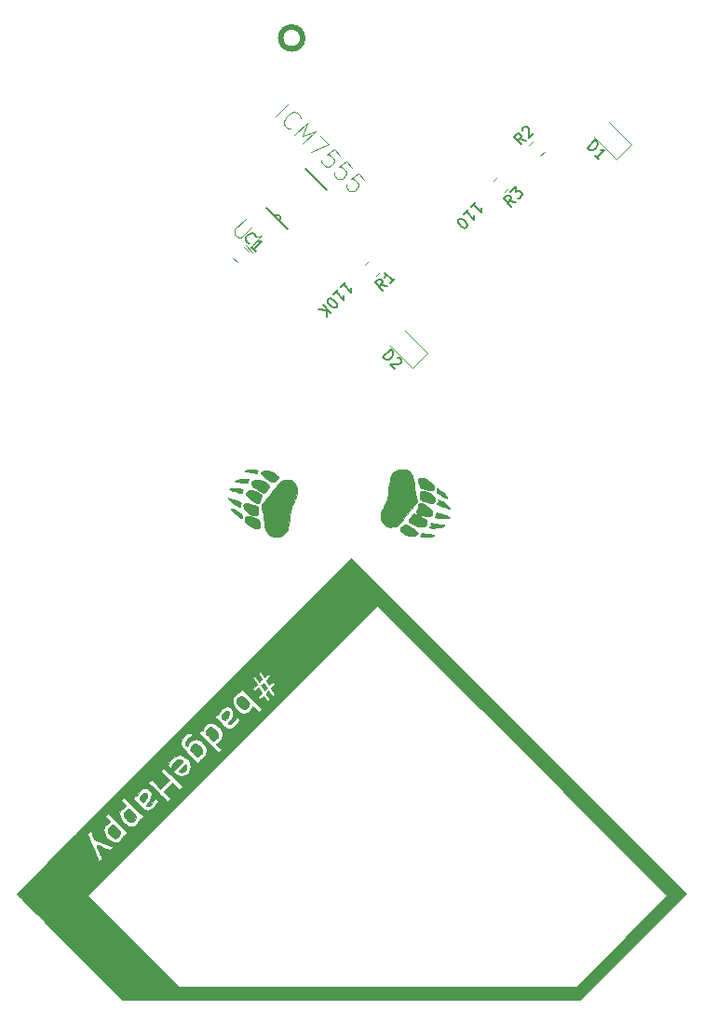
<source format=gto>
G04 #@! TF.GenerationSoftware,KiCad,Pcbnew,(5.1.2)-1*
G04 #@! TF.CreationDate,2019-06-22T12:55:49-06:00*
G04 #@! TF.ProjectId,HtH_sao_prod,4874485f-7361-46f5-9f70-726f642e6b69,rev?*
G04 #@! TF.SameCoordinates,Original*
G04 #@! TF.FileFunction,Legend,Top*
G04 #@! TF.FilePolarity,Positive*
%FSLAX46Y46*%
G04 Gerber Fmt 4.6, Leading zero omitted, Abs format (unit mm)*
G04 Created by KiCad (PCBNEW (5.1.2)-1) date 2019-06-22 12:55:49*
%MOMM*%
%LPD*%
G04 APERTURE LIST*
%ADD10C,0.150000*%
%ADD11C,0.010000*%
%ADD12C,0.500000*%
%ADD13C,0.152400*%
%ADD14C,0.120000*%
%ADD15C,0.050000*%
G04 APERTURE END LIST*
D10*
X164235522Y-74392713D02*
X164639583Y-73988652D01*
X164437553Y-74190683D02*
X165144660Y-74897790D01*
X165110988Y-74729431D01*
X165110988Y-74594744D01*
X165144660Y-74493729D01*
X163562087Y-75066148D02*
X163966148Y-74662087D01*
X163764118Y-74864118D02*
X164471225Y-75571225D01*
X164437553Y-75402866D01*
X164437553Y-75268179D01*
X164471225Y-75167164D01*
X163831461Y-76210988D02*
X163764118Y-76278331D01*
X163663103Y-76312003D01*
X163595759Y-76312003D01*
X163494744Y-76278331D01*
X163326385Y-76177316D01*
X163158026Y-76008957D01*
X163057011Y-75840599D01*
X163023339Y-75739583D01*
X163023339Y-75672240D01*
X163057011Y-75571225D01*
X163124355Y-75503881D01*
X163225370Y-75470209D01*
X163292713Y-75470209D01*
X163393729Y-75503881D01*
X163562087Y-75604896D01*
X163730446Y-75773255D01*
X163831461Y-75941614D01*
X163865133Y-76042629D01*
X163865133Y-76109973D01*
X163831461Y-76210988D01*
X152397077Y-81659160D02*
X152801138Y-81255099D01*
X152599107Y-81457129D02*
X153306214Y-82164236D01*
X153272542Y-81995877D01*
X153272542Y-81861190D01*
X153306214Y-81760175D01*
X151723642Y-82332595D02*
X152127703Y-81928534D01*
X151925672Y-82130564D02*
X152632779Y-82837671D01*
X152599107Y-82669312D01*
X152599107Y-82534625D01*
X152632779Y-82433610D01*
X151993016Y-83477435D02*
X151925672Y-83544778D01*
X151824657Y-83578450D01*
X151757313Y-83578450D01*
X151656298Y-83544778D01*
X151487939Y-83443763D01*
X151319581Y-83275404D01*
X151218565Y-83107045D01*
X151184894Y-83006030D01*
X151184894Y-82938687D01*
X151218565Y-82837671D01*
X151285909Y-82770328D01*
X151386924Y-82736656D01*
X151454268Y-82736656D01*
X151555283Y-82770328D01*
X151723642Y-82871343D01*
X151892001Y-83039702D01*
X151993016Y-83208061D01*
X152026688Y-83309076D01*
X152026688Y-83376419D01*
X151993016Y-83477435D01*
X150747161Y-83309076D02*
X151454268Y-84016183D01*
X150343100Y-83713137D02*
X151050207Y-83814152D01*
X151050207Y-84420244D02*
X151050207Y-83612122D01*
D11*
G36*
X183768953Y-136800075D02*
G01*
X178953629Y-141615538D01*
X174138306Y-146431000D01*
X153289070Y-146425081D01*
X132439834Y-146419161D01*
X127680261Y-141651997D01*
X127151041Y-141121690D01*
X126638098Y-140607216D01*
X126144626Y-140111801D01*
X125673822Y-139638673D01*
X125228881Y-139191060D01*
X124812998Y-138772187D01*
X124429370Y-138385282D01*
X124081191Y-138033573D01*
X123771658Y-137720285D01*
X123503965Y-137448646D01*
X123281309Y-137221883D01*
X123106886Y-137043223D01*
X123046857Y-136981078D01*
X129316806Y-136981078D01*
X133460653Y-141128815D01*
X137604500Y-145276551D01*
X155680957Y-145282276D01*
X173757413Y-145288000D01*
X176466679Y-142568084D01*
X176905764Y-142127209D01*
X177357765Y-141673246D01*
X177814946Y-141213970D01*
X178269572Y-140757159D01*
X178713905Y-140310588D01*
X179140209Y-139882035D01*
X179540748Y-139479275D01*
X179907786Y-139110087D01*
X180233587Y-138782245D01*
X180510413Y-138503527D01*
X180604537Y-138408706D01*
X182033129Y-136969245D01*
X168856956Y-123793122D01*
X155680783Y-110617000D01*
X142498794Y-123799039D01*
X129316806Y-136981078D01*
X123046857Y-136981078D01*
X122983889Y-136915892D01*
X122915517Y-136843119D01*
X122901892Y-136826642D01*
X122930292Y-136792716D01*
X123017414Y-136700226D01*
X123162034Y-136550399D01*
X123362932Y-136344465D01*
X123618883Y-136083650D01*
X123928667Y-135769184D01*
X124291061Y-135402295D01*
X124704843Y-134984211D01*
X125168791Y-134516161D01*
X125681682Y-133999374D01*
X126242295Y-133435077D01*
X126849407Y-132824499D01*
X127501795Y-132168869D01*
X128198238Y-131469414D01*
X128322630Y-131344555D01*
X129327017Y-131344555D01*
X129776581Y-132463694D01*
X129895734Y-132760161D01*
X130007317Y-133037501D01*
X130106641Y-133284082D01*
X130189017Y-133488274D01*
X130249756Y-133638448D01*
X130284171Y-133722973D01*
X130286171Y-133727818D01*
X130346198Y-133872802D01*
X130490360Y-133733075D01*
X130578892Y-133636185D01*
X130609730Y-133564336D01*
X130598393Y-133503424D01*
X130569220Y-133431424D01*
X130515344Y-133298996D01*
X130444076Y-133124092D01*
X130362726Y-132924664D01*
X130350585Y-132894917D01*
X130274653Y-132703898D01*
X130215173Y-132544492D01*
X130177205Y-132431052D01*
X130165810Y-132377930D01*
X130167536Y-132375751D01*
X130214793Y-132390837D01*
X130325814Y-132432769D01*
X130486171Y-132495912D01*
X130681439Y-132574632D01*
X130781265Y-132615448D01*
X131366363Y-132855726D01*
X131663644Y-132558445D01*
X130793999Y-132202942D01*
X129924354Y-131847440D01*
X129790335Y-131487470D01*
X129727921Y-131324524D01*
X129674020Y-131192317D01*
X129636883Y-131110724D01*
X129627709Y-131095668D01*
X129584564Y-131104040D01*
X129507567Y-131161440D01*
X129463060Y-131204195D01*
X129327017Y-131344555D01*
X128322630Y-131344555D01*
X128679812Y-130986032D01*
X130814373Y-130986032D01*
X130834178Y-131232358D01*
X130920598Y-131478539D01*
X131066823Y-131710983D01*
X131266045Y-131916099D01*
X131511454Y-132080294D01*
X131540146Y-132094865D01*
X131714979Y-132148319D01*
X131913047Y-132160386D01*
X132094589Y-132130400D01*
X132156186Y-132105189D01*
X132346932Y-131960611D01*
X132487908Y-131759651D01*
X132525116Y-131671264D01*
X132578461Y-131562254D01*
X132635643Y-131514499D01*
X132645564Y-131513889D01*
X132713446Y-131488823D01*
X132803095Y-131419843D01*
X132826929Y-131396305D01*
X132944744Y-131273332D01*
X132057885Y-130385717D01*
X131208143Y-129535252D01*
X132252365Y-129535252D01*
X132266249Y-129779416D01*
X132356025Y-130026469D01*
X132518882Y-130266413D01*
X132617338Y-130371429D01*
X132852347Y-130561834D01*
X133088482Y-130680774D01*
X133317170Y-130725705D01*
X133529842Y-130694084D01*
X133601060Y-130663354D01*
X133764120Y-130540597D01*
X133903568Y-130365618D01*
X133985603Y-130194340D01*
X134033766Y-130092722D01*
X134084146Y-130061388D01*
X134089960Y-130062974D01*
X134149718Y-130047718D01*
X134236962Y-129984944D01*
X134275413Y-129948275D01*
X134406721Y-129812800D01*
X133518745Y-128925579D01*
X132737549Y-128145047D01*
X133459199Y-128145047D01*
X133965516Y-128655633D01*
X134138670Y-128827427D01*
X134296694Y-128978980D01*
X134427825Y-129099410D01*
X134520300Y-129177839D01*
X134556500Y-129202259D01*
X134753409Y-129241565D01*
X134965638Y-129204276D01*
X135133388Y-129122350D01*
X135319617Y-128974508D01*
X135510903Y-128770519D01*
X135684915Y-128534354D01*
X135693239Y-128521382D01*
X135731548Y-128452013D01*
X135730015Y-128399199D01*
X135680257Y-128334706D01*
X135620125Y-128275129D01*
X135477950Y-128137328D01*
X135349497Y-128364934D01*
X135204602Y-128582184D01*
X135052130Y-128740260D01*
X134900755Y-128833377D01*
X134759148Y-128855748D01*
X134664079Y-128822308D01*
X134640524Y-128789753D01*
X134657568Y-128734903D01*
X134722239Y-128643208D01*
X134791079Y-128559404D01*
X134991448Y-128292628D01*
X135115055Y-128055844D01*
X135162390Y-127844394D01*
X135133944Y-127653622D01*
X135030206Y-127478870D01*
X134916608Y-127366561D01*
X134730286Y-127257005D01*
X134534909Y-127225723D01*
X134340802Y-127268568D01*
X134158291Y-127381393D01*
X133997699Y-127560054D01*
X133875912Y-127784427D01*
X133817316Y-127887793D01*
X133761432Y-127918850D01*
X133754907Y-127917076D01*
X133692645Y-127931359D01*
X133606273Y-127993485D01*
X133578793Y-128020217D01*
X133459199Y-128145047D01*
X132737549Y-128145047D01*
X132630770Y-128038359D01*
X132494039Y-128175089D01*
X132357309Y-128311820D01*
X132599654Y-128556721D01*
X132733032Y-128694901D01*
X132809671Y-128785101D01*
X132835078Y-128836737D01*
X132814761Y-128859223D01*
X132778622Y-128862667D01*
X132700238Y-128893928D01*
X132593722Y-128974488D01*
X132479818Y-129084507D01*
X132379269Y-129204148D01*
X132317185Y-129303976D01*
X132252365Y-129535252D01*
X131208143Y-129535252D01*
X131171025Y-129498103D01*
X130917975Y-129751153D01*
X131160321Y-129996054D01*
X131294068Y-130134743D01*
X131370969Y-130225394D01*
X131396606Y-130277166D01*
X131376561Y-130299218D01*
X131346787Y-130302000D01*
X131270302Y-130332555D01*
X131163975Y-130411028D01*
X131048803Y-130517637D01*
X130945782Y-130632595D01*
X130875910Y-130736118D01*
X130867992Y-130753154D01*
X130814373Y-130986032D01*
X128679812Y-130986032D01*
X128937514Y-130727364D01*
X129718400Y-129943946D01*
X130539674Y-129120389D01*
X131400114Y-128257921D01*
X132298498Y-127357772D01*
X132931614Y-126723641D01*
X134873564Y-126723641D01*
X135730645Y-127581487D01*
X135951304Y-127801530D01*
X136152587Y-128000694D01*
X136326761Y-128171453D01*
X136466095Y-128306281D01*
X136562855Y-128397650D01*
X136609310Y-128438035D01*
X136611943Y-128439334D01*
X136653582Y-128411559D01*
X136728707Y-128342004D01*
X136758621Y-128311512D01*
X136881082Y-128183690D01*
X136576041Y-127876600D01*
X136448423Y-127744386D01*
X136347031Y-127632232D01*
X136284638Y-127554689D01*
X136271000Y-127529009D01*
X136299301Y-127485073D01*
X136376487Y-127394766D01*
X136490981Y-127270989D01*
X136631206Y-127126638D01*
X136640507Y-127117281D01*
X137010015Y-126746054D01*
X137339152Y-127073261D01*
X137668289Y-127400467D01*
X137964015Y-127104741D01*
X137097302Y-126238801D01*
X136230589Y-125372862D01*
X136080690Y-125518149D01*
X135930791Y-125663437D01*
X136343772Y-126077973D01*
X136756752Y-126492509D01*
X136365964Y-126883297D01*
X135975176Y-127274086D01*
X135561386Y-126861848D01*
X135147595Y-126449610D01*
X135010580Y-126586626D01*
X134873564Y-126723641D01*
X132931614Y-126723641D01*
X133233603Y-126421168D01*
X134204208Y-125449339D01*
X134506558Y-125146704D01*
X136599282Y-125146704D01*
X136750862Y-125298284D01*
X136841059Y-125384447D01*
X136891103Y-125415258D01*
X136918419Y-125397443D01*
X136930644Y-125367682D01*
X137060008Y-125058764D01*
X137208391Y-124831584D01*
X137376675Y-124685182D01*
X137565741Y-124618596D01*
X137621380Y-124614153D01*
X137758586Y-124627241D01*
X137885645Y-124666404D01*
X137976744Y-124720974D01*
X138006667Y-124773379D01*
X137978196Y-124817726D01*
X137899797Y-124909742D01*
X137781992Y-125037812D01*
X137635300Y-125190322D01*
X137559562Y-125266946D01*
X137112457Y-125715442D01*
X137288855Y-125874806D01*
X137506719Y-126041545D01*
X137710806Y-126130566D01*
X137912897Y-126144868D01*
X138124443Y-126087588D01*
X138350568Y-125951729D01*
X138524996Y-125763330D01*
X138640867Y-125538251D01*
X138691325Y-125292354D01*
X138669511Y-125041500D01*
X138629498Y-124919506D01*
X138520626Y-124732209D01*
X138362591Y-124552689D01*
X138175010Y-124396247D01*
X137977497Y-124278183D01*
X137789669Y-124213796D01*
X137715245Y-124206414D01*
X137497058Y-124243914D01*
X137269930Y-124350105D01*
X137050490Y-124512966D01*
X136855368Y-124720474D01*
X136719095Y-124926569D01*
X136599282Y-125146704D01*
X134506558Y-125146704D01*
X135209089Y-124443513D01*
X136247026Y-123404919D01*
X136615515Y-123036303D01*
X137833762Y-123036303D01*
X137836817Y-123264707D01*
X137899157Y-123444000D01*
X137950792Y-123517380D01*
X138052711Y-123639191D01*
X138194949Y-123798379D01*
X138367541Y-123983889D01*
X138560523Y-124184667D01*
X138636243Y-124261769D01*
X139297834Y-124931371D01*
X139451752Y-124759185D01*
X139543609Y-124663545D01*
X139615861Y-124601026D01*
X139643190Y-124587000D01*
X139716912Y-124555586D01*
X139818578Y-124474846D01*
X139927894Y-124365037D01*
X140024566Y-124246414D01*
X140085538Y-124145495D01*
X140155911Y-123902024D01*
X140143587Y-123660997D01*
X140047972Y-123419853D01*
X139868476Y-123176026D01*
X139859457Y-123166086D01*
X139627718Y-122954058D01*
X139395850Y-122822034D01*
X139168261Y-122770461D01*
X138949359Y-122799786D01*
X138743553Y-122910458D01*
X138607503Y-123038996D01*
X138518999Y-123159152D01*
X138456933Y-123278697D01*
X138444123Y-123320469D01*
X138413763Y-123416131D01*
X138369504Y-123434912D01*
X138300977Y-123377501D01*
X138263739Y-123332458D01*
X138189583Y-123195157D01*
X138190736Y-123055773D01*
X138267545Y-122897092D01*
X138272703Y-122889344D01*
X138359777Y-122791392D01*
X138492135Y-122675477D01*
X138640734Y-122564180D01*
X138776532Y-122480086D01*
X138831180Y-122455067D01*
X138831711Y-122420407D01*
X138787787Y-122352823D01*
X138719200Y-122274531D01*
X138645742Y-122207752D01*
X138590098Y-122176335D01*
X139427923Y-122176335D01*
X140315000Y-123064168D01*
X140540571Y-123288453D01*
X140748046Y-123491926D01*
X140929626Y-123667161D01*
X141077511Y-123806731D01*
X141183902Y-123903210D01*
X141240999Y-123949171D01*
X141247452Y-123952000D01*
X141303796Y-123923802D01*
X141386053Y-123853995D01*
X141406092Y-123833776D01*
X141519359Y-123715552D01*
X141265846Y-123464684D01*
X141126635Y-123322969D01*
X141045700Y-123228914D01*
X141017797Y-123174198D01*
X141037686Y-123150498D01*
X141066188Y-123147667D01*
X141149500Y-123115724D01*
X141258789Y-123033253D01*
X141373240Y-122920286D01*
X141472039Y-122796859D01*
X141524871Y-122706162D01*
X141595845Y-122460680D01*
X141584512Y-122214808D01*
X141490246Y-121965155D01*
X141348995Y-121753176D01*
X141143794Y-121540959D01*
X140918380Y-121390157D01*
X140684858Y-121304427D01*
X140455336Y-121287429D01*
X140241919Y-121342819D01*
X140154452Y-121392275D01*
X140036029Y-121499219D01*
X139929444Y-121640125D01*
X139853540Y-121785775D01*
X139827000Y-121900000D01*
X139801284Y-121948467D01*
X139750503Y-121943760D01*
X139659683Y-121959192D01*
X139550964Y-122047908D01*
X139427923Y-122176335D01*
X138590098Y-122176335D01*
X138587205Y-122174702D01*
X138580830Y-122174027D01*
X138527417Y-122198610D01*
X138428956Y-122263309D01*
X138305902Y-122354595D01*
X138295050Y-122363080D01*
X138065029Y-122579616D01*
X137910549Y-122805982D01*
X137833762Y-123036303D01*
X136615515Y-123036303D01*
X137316795Y-122334784D01*
X138096609Y-121554892D01*
X138935084Y-120716414D01*
X140886981Y-120716414D01*
X141404740Y-121231694D01*
X141629562Y-121451991D01*
X141807727Y-121615915D01*
X141949848Y-121729455D01*
X142066533Y-121798602D01*
X142168393Y-121829346D01*
X142266037Y-121827676D01*
X142370075Y-121799582D01*
X142394636Y-121790541D01*
X142558259Y-121700112D01*
X142737773Y-121555195D01*
X142910190Y-121376513D01*
X143033128Y-121214873D01*
X143184898Y-120986291D01*
X143064362Y-120860479D01*
X142983814Y-120781900D01*
X142928620Y-120738026D01*
X142919997Y-120734710D01*
X142887824Y-120768439D01*
X142830235Y-120855239D01*
X142782807Y-120935793D01*
X142668000Y-121108136D01*
X142534043Y-121261721D01*
X142400561Y-121376459D01*
X142301280Y-121428695D01*
X142198540Y-121426087D01*
X142136298Y-121397627D01*
X142102005Y-121365635D01*
X142095788Y-121326691D01*
X142124166Y-121265085D01*
X142193654Y-121165107D01*
X142280090Y-121051028D01*
X142414291Y-120869518D01*
X142501775Y-120730324D01*
X142551996Y-120612408D01*
X142574408Y-120494737D01*
X142578667Y-120386657D01*
X142539337Y-120194279D01*
X142433174Y-120023266D01*
X142277920Y-119891019D01*
X142091316Y-119814938D01*
X141983917Y-119803334D01*
X141786894Y-119842381D01*
X141597526Y-119948161D01*
X141435725Y-120103634D01*
X141321403Y-120291757D01*
X141286595Y-120400121D01*
X141253291Y-120488699D01*
X141200625Y-120506934D01*
X141186106Y-120503242D01*
X141101780Y-120518042D01*
X141000160Y-120598280D01*
X140886981Y-120716414D01*
X138935084Y-120716414D01*
X140403877Y-119247616D01*
X142518488Y-119247616D01*
X142535755Y-119489621D01*
X142627338Y-119738155D01*
X142793742Y-119983831D01*
X142833320Y-120028822D01*
X142966985Y-120159851D01*
X143109745Y-120276253D01*
X143224624Y-120349394D01*
X143432153Y-120418387D01*
X143649245Y-120434402D01*
X143843685Y-120396132D01*
X143888060Y-120376354D01*
X144027188Y-120275580D01*
X144153310Y-120135826D01*
X144239785Y-119988799D01*
X144256699Y-119937654D01*
X144283849Y-119840747D01*
X144304188Y-119788431D01*
X144340617Y-119800636D01*
X144422142Y-119862640D01*
X144535062Y-119963324D01*
X144615996Y-120041455D01*
X144907323Y-120330549D01*
X145180984Y-120056888D01*
X143361834Y-118232754D01*
X143213667Y-118395546D01*
X143090397Y-118514864D01*
X142954985Y-118623082D01*
X142907508Y-118654654D01*
X142704871Y-118820746D01*
X142575028Y-119021529D01*
X142518488Y-119247616D01*
X140403877Y-119247616D01*
X141458498Y-118192991D01*
X144340334Y-118192991D01*
X144441225Y-118300385D01*
X144542117Y-118407779D01*
X144694593Y-118258890D01*
X144790012Y-118173061D01*
X144864299Y-118119257D01*
X144887927Y-118110000D01*
X144927461Y-118142844D01*
X144991050Y-118224437D01*
X145061890Y-118329375D01*
X145123178Y-118432251D01*
X145158110Y-118507659D01*
X145161000Y-118522873D01*
X145133594Y-118565927D01*
X145062486Y-118648690D01*
X144983586Y-118732067D01*
X144806171Y-118912840D01*
X145007783Y-119127446D01*
X145160260Y-118978556D01*
X145252472Y-118893132D01*
X145319702Y-118839278D01*
X145338699Y-118829667D01*
X145370936Y-118863530D01*
X145432508Y-118953085D01*
X145511154Y-119080277D01*
X145525931Y-119105354D01*
X145687201Y-119381042D01*
X145790025Y-119278218D01*
X145892849Y-119175393D01*
X145773921Y-118970780D01*
X145696257Y-118838830D01*
X145627456Y-118724726D01*
X145598693Y-118678648D01*
X145569525Y-118615397D01*
X145586341Y-118558725D01*
X145658651Y-118479779D01*
X145666827Y-118471915D01*
X145791260Y-118352701D01*
X145910047Y-118554059D01*
X145989528Y-118684035D01*
X146062106Y-118794915D01*
X146092889Y-118837694D01*
X146140546Y-118890417D01*
X146180877Y-118887658D01*
X146245209Y-118826015D01*
X146250308Y-118820591D01*
X146343671Y-118721211D01*
X145997949Y-118143941D01*
X146390457Y-117745441D01*
X146283096Y-117644580D01*
X146175735Y-117543720D01*
X146015833Y-117699860D01*
X145922488Y-117787475D01*
X145855183Y-117844127D01*
X145835064Y-117856000D01*
X145805700Y-117821830D01*
X145750000Y-117732817D01*
X145689031Y-117624614D01*
X145563865Y-117393228D01*
X145751074Y-117202475D01*
X145851593Y-117097524D01*
X145900255Y-117032345D01*
X145905030Y-116986799D01*
X145873892Y-116940750D01*
X145860581Y-116925861D01*
X145789455Y-116861280D01*
X145724402Y-116849541D01*
X145644540Y-116894728D01*
X145541999Y-116988168D01*
X145390260Y-117136337D01*
X145229294Y-116861168D01*
X145148186Y-116729212D01*
X145080848Y-116631802D01*
X145039975Y-116587064D01*
X145036558Y-116586000D01*
X144987751Y-116614218D01*
X144925232Y-116673910D01*
X144889831Y-116711419D01*
X144870012Y-116742132D01*
X144870523Y-116781262D01*
X144896112Y-116844021D01*
X144951524Y-116945623D01*
X145041508Y-117101280D01*
X145078584Y-117165347D01*
X145180901Y-117342527D01*
X145078904Y-117451097D01*
X145004666Y-117523448D01*
X144956032Y-117558853D01*
X144952538Y-117559566D01*
X144920472Y-117526032D01*
X144857738Y-117437373D01*
X144776748Y-117311348D01*
X144760028Y-117284167D01*
X144591890Y-117008868D01*
X144385099Y-117215659D01*
X144560456Y-117503567D01*
X144735813Y-117791474D01*
X144538073Y-117992233D01*
X144340334Y-118192991D01*
X141458498Y-118192991D01*
X153310123Y-106341333D01*
X183768953Y-136800075D01*
X183768953Y-136800075D01*
G37*
X183768953Y-136800075D02*
X178953629Y-141615538D01*
X174138306Y-146431000D01*
X153289070Y-146425081D01*
X132439834Y-146419161D01*
X127680261Y-141651997D01*
X127151041Y-141121690D01*
X126638098Y-140607216D01*
X126144626Y-140111801D01*
X125673822Y-139638673D01*
X125228881Y-139191060D01*
X124812998Y-138772187D01*
X124429370Y-138385282D01*
X124081191Y-138033573D01*
X123771658Y-137720285D01*
X123503965Y-137448646D01*
X123281309Y-137221883D01*
X123106886Y-137043223D01*
X123046857Y-136981078D01*
X129316806Y-136981078D01*
X133460653Y-141128815D01*
X137604500Y-145276551D01*
X155680957Y-145282276D01*
X173757413Y-145288000D01*
X176466679Y-142568084D01*
X176905764Y-142127209D01*
X177357765Y-141673246D01*
X177814946Y-141213970D01*
X178269572Y-140757159D01*
X178713905Y-140310588D01*
X179140209Y-139882035D01*
X179540748Y-139479275D01*
X179907786Y-139110087D01*
X180233587Y-138782245D01*
X180510413Y-138503527D01*
X180604537Y-138408706D01*
X182033129Y-136969245D01*
X168856956Y-123793122D01*
X155680783Y-110617000D01*
X142498794Y-123799039D01*
X129316806Y-136981078D01*
X123046857Y-136981078D01*
X122983889Y-136915892D01*
X122915517Y-136843119D01*
X122901892Y-136826642D01*
X122930292Y-136792716D01*
X123017414Y-136700226D01*
X123162034Y-136550399D01*
X123362932Y-136344465D01*
X123618883Y-136083650D01*
X123928667Y-135769184D01*
X124291061Y-135402295D01*
X124704843Y-134984211D01*
X125168791Y-134516161D01*
X125681682Y-133999374D01*
X126242295Y-133435077D01*
X126849407Y-132824499D01*
X127501795Y-132168869D01*
X128198238Y-131469414D01*
X128322630Y-131344555D01*
X129327017Y-131344555D01*
X129776581Y-132463694D01*
X129895734Y-132760161D01*
X130007317Y-133037501D01*
X130106641Y-133284082D01*
X130189017Y-133488274D01*
X130249756Y-133638448D01*
X130284171Y-133722973D01*
X130286171Y-133727818D01*
X130346198Y-133872802D01*
X130490360Y-133733075D01*
X130578892Y-133636185D01*
X130609730Y-133564336D01*
X130598393Y-133503424D01*
X130569220Y-133431424D01*
X130515344Y-133298996D01*
X130444076Y-133124092D01*
X130362726Y-132924664D01*
X130350585Y-132894917D01*
X130274653Y-132703898D01*
X130215173Y-132544492D01*
X130177205Y-132431052D01*
X130165810Y-132377930D01*
X130167536Y-132375751D01*
X130214793Y-132390837D01*
X130325814Y-132432769D01*
X130486171Y-132495912D01*
X130681439Y-132574632D01*
X130781265Y-132615448D01*
X131366363Y-132855726D01*
X131663644Y-132558445D01*
X130793999Y-132202942D01*
X129924354Y-131847440D01*
X129790335Y-131487470D01*
X129727921Y-131324524D01*
X129674020Y-131192317D01*
X129636883Y-131110724D01*
X129627709Y-131095668D01*
X129584564Y-131104040D01*
X129507567Y-131161440D01*
X129463060Y-131204195D01*
X129327017Y-131344555D01*
X128322630Y-131344555D01*
X128679812Y-130986032D01*
X130814373Y-130986032D01*
X130834178Y-131232358D01*
X130920598Y-131478539D01*
X131066823Y-131710983D01*
X131266045Y-131916099D01*
X131511454Y-132080294D01*
X131540146Y-132094865D01*
X131714979Y-132148319D01*
X131913047Y-132160386D01*
X132094589Y-132130400D01*
X132156186Y-132105189D01*
X132346932Y-131960611D01*
X132487908Y-131759651D01*
X132525116Y-131671264D01*
X132578461Y-131562254D01*
X132635643Y-131514499D01*
X132645564Y-131513889D01*
X132713446Y-131488823D01*
X132803095Y-131419843D01*
X132826929Y-131396305D01*
X132944744Y-131273332D01*
X132057885Y-130385717D01*
X131208143Y-129535252D01*
X132252365Y-129535252D01*
X132266249Y-129779416D01*
X132356025Y-130026469D01*
X132518882Y-130266413D01*
X132617338Y-130371429D01*
X132852347Y-130561834D01*
X133088482Y-130680774D01*
X133317170Y-130725705D01*
X133529842Y-130694084D01*
X133601060Y-130663354D01*
X133764120Y-130540597D01*
X133903568Y-130365618D01*
X133985603Y-130194340D01*
X134033766Y-130092722D01*
X134084146Y-130061388D01*
X134089960Y-130062974D01*
X134149718Y-130047718D01*
X134236962Y-129984944D01*
X134275413Y-129948275D01*
X134406721Y-129812800D01*
X133518745Y-128925579D01*
X132737549Y-128145047D01*
X133459199Y-128145047D01*
X133965516Y-128655633D01*
X134138670Y-128827427D01*
X134296694Y-128978980D01*
X134427825Y-129099410D01*
X134520300Y-129177839D01*
X134556500Y-129202259D01*
X134753409Y-129241565D01*
X134965638Y-129204276D01*
X135133388Y-129122350D01*
X135319617Y-128974508D01*
X135510903Y-128770519D01*
X135684915Y-128534354D01*
X135693239Y-128521382D01*
X135731548Y-128452013D01*
X135730015Y-128399199D01*
X135680257Y-128334706D01*
X135620125Y-128275129D01*
X135477950Y-128137328D01*
X135349497Y-128364934D01*
X135204602Y-128582184D01*
X135052130Y-128740260D01*
X134900755Y-128833377D01*
X134759148Y-128855748D01*
X134664079Y-128822308D01*
X134640524Y-128789753D01*
X134657568Y-128734903D01*
X134722239Y-128643208D01*
X134791079Y-128559404D01*
X134991448Y-128292628D01*
X135115055Y-128055844D01*
X135162390Y-127844394D01*
X135133944Y-127653622D01*
X135030206Y-127478870D01*
X134916608Y-127366561D01*
X134730286Y-127257005D01*
X134534909Y-127225723D01*
X134340802Y-127268568D01*
X134158291Y-127381393D01*
X133997699Y-127560054D01*
X133875912Y-127784427D01*
X133817316Y-127887793D01*
X133761432Y-127918850D01*
X133754907Y-127917076D01*
X133692645Y-127931359D01*
X133606273Y-127993485D01*
X133578793Y-128020217D01*
X133459199Y-128145047D01*
X132737549Y-128145047D01*
X132630770Y-128038359D01*
X132494039Y-128175089D01*
X132357309Y-128311820D01*
X132599654Y-128556721D01*
X132733032Y-128694901D01*
X132809671Y-128785101D01*
X132835078Y-128836737D01*
X132814761Y-128859223D01*
X132778622Y-128862667D01*
X132700238Y-128893928D01*
X132593722Y-128974488D01*
X132479818Y-129084507D01*
X132379269Y-129204148D01*
X132317185Y-129303976D01*
X132252365Y-129535252D01*
X131208143Y-129535252D01*
X131171025Y-129498103D01*
X130917975Y-129751153D01*
X131160321Y-129996054D01*
X131294068Y-130134743D01*
X131370969Y-130225394D01*
X131396606Y-130277166D01*
X131376561Y-130299218D01*
X131346787Y-130302000D01*
X131270302Y-130332555D01*
X131163975Y-130411028D01*
X131048803Y-130517637D01*
X130945782Y-130632595D01*
X130875910Y-130736118D01*
X130867992Y-130753154D01*
X130814373Y-130986032D01*
X128679812Y-130986032D01*
X128937514Y-130727364D01*
X129718400Y-129943946D01*
X130539674Y-129120389D01*
X131400114Y-128257921D01*
X132298498Y-127357772D01*
X132931614Y-126723641D01*
X134873564Y-126723641D01*
X135730645Y-127581487D01*
X135951304Y-127801530D01*
X136152587Y-128000694D01*
X136326761Y-128171453D01*
X136466095Y-128306281D01*
X136562855Y-128397650D01*
X136609310Y-128438035D01*
X136611943Y-128439334D01*
X136653582Y-128411559D01*
X136728707Y-128342004D01*
X136758621Y-128311512D01*
X136881082Y-128183690D01*
X136576041Y-127876600D01*
X136448423Y-127744386D01*
X136347031Y-127632232D01*
X136284638Y-127554689D01*
X136271000Y-127529009D01*
X136299301Y-127485073D01*
X136376487Y-127394766D01*
X136490981Y-127270989D01*
X136631206Y-127126638D01*
X136640507Y-127117281D01*
X137010015Y-126746054D01*
X137339152Y-127073261D01*
X137668289Y-127400467D01*
X137964015Y-127104741D01*
X137097302Y-126238801D01*
X136230589Y-125372862D01*
X136080690Y-125518149D01*
X135930791Y-125663437D01*
X136343772Y-126077973D01*
X136756752Y-126492509D01*
X136365964Y-126883297D01*
X135975176Y-127274086D01*
X135561386Y-126861848D01*
X135147595Y-126449610D01*
X135010580Y-126586626D01*
X134873564Y-126723641D01*
X132931614Y-126723641D01*
X133233603Y-126421168D01*
X134204208Y-125449339D01*
X134506558Y-125146704D01*
X136599282Y-125146704D01*
X136750862Y-125298284D01*
X136841059Y-125384447D01*
X136891103Y-125415258D01*
X136918419Y-125397443D01*
X136930644Y-125367682D01*
X137060008Y-125058764D01*
X137208391Y-124831584D01*
X137376675Y-124685182D01*
X137565741Y-124618596D01*
X137621380Y-124614153D01*
X137758586Y-124627241D01*
X137885645Y-124666404D01*
X137976744Y-124720974D01*
X138006667Y-124773379D01*
X137978196Y-124817726D01*
X137899797Y-124909742D01*
X137781992Y-125037812D01*
X137635300Y-125190322D01*
X137559562Y-125266946D01*
X137112457Y-125715442D01*
X137288855Y-125874806D01*
X137506719Y-126041545D01*
X137710806Y-126130566D01*
X137912897Y-126144868D01*
X138124443Y-126087588D01*
X138350568Y-125951729D01*
X138524996Y-125763330D01*
X138640867Y-125538251D01*
X138691325Y-125292354D01*
X138669511Y-125041500D01*
X138629498Y-124919506D01*
X138520626Y-124732209D01*
X138362591Y-124552689D01*
X138175010Y-124396247D01*
X137977497Y-124278183D01*
X137789669Y-124213796D01*
X137715245Y-124206414D01*
X137497058Y-124243914D01*
X137269930Y-124350105D01*
X137050490Y-124512966D01*
X136855368Y-124720474D01*
X136719095Y-124926569D01*
X136599282Y-125146704D01*
X134506558Y-125146704D01*
X135209089Y-124443513D01*
X136247026Y-123404919D01*
X136615515Y-123036303D01*
X137833762Y-123036303D01*
X137836817Y-123264707D01*
X137899157Y-123444000D01*
X137950792Y-123517380D01*
X138052711Y-123639191D01*
X138194949Y-123798379D01*
X138367541Y-123983889D01*
X138560523Y-124184667D01*
X138636243Y-124261769D01*
X139297834Y-124931371D01*
X139451752Y-124759185D01*
X139543609Y-124663545D01*
X139615861Y-124601026D01*
X139643190Y-124587000D01*
X139716912Y-124555586D01*
X139818578Y-124474846D01*
X139927894Y-124365037D01*
X140024566Y-124246414D01*
X140085538Y-124145495D01*
X140155911Y-123902024D01*
X140143587Y-123660997D01*
X140047972Y-123419853D01*
X139868476Y-123176026D01*
X139859457Y-123166086D01*
X139627718Y-122954058D01*
X139395850Y-122822034D01*
X139168261Y-122770461D01*
X138949359Y-122799786D01*
X138743553Y-122910458D01*
X138607503Y-123038996D01*
X138518999Y-123159152D01*
X138456933Y-123278697D01*
X138444123Y-123320469D01*
X138413763Y-123416131D01*
X138369504Y-123434912D01*
X138300977Y-123377501D01*
X138263739Y-123332458D01*
X138189583Y-123195157D01*
X138190736Y-123055773D01*
X138267545Y-122897092D01*
X138272703Y-122889344D01*
X138359777Y-122791392D01*
X138492135Y-122675477D01*
X138640734Y-122564180D01*
X138776532Y-122480086D01*
X138831180Y-122455067D01*
X138831711Y-122420407D01*
X138787787Y-122352823D01*
X138719200Y-122274531D01*
X138645742Y-122207752D01*
X138590098Y-122176335D01*
X139427923Y-122176335D01*
X140315000Y-123064168D01*
X140540571Y-123288453D01*
X140748046Y-123491926D01*
X140929626Y-123667161D01*
X141077511Y-123806731D01*
X141183902Y-123903210D01*
X141240999Y-123949171D01*
X141247452Y-123952000D01*
X141303796Y-123923802D01*
X141386053Y-123853995D01*
X141406092Y-123833776D01*
X141519359Y-123715552D01*
X141265846Y-123464684D01*
X141126635Y-123322969D01*
X141045700Y-123228914D01*
X141017797Y-123174198D01*
X141037686Y-123150498D01*
X141066188Y-123147667D01*
X141149500Y-123115724D01*
X141258789Y-123033253D01*
X141373240Y-122920286D01*
X141472039Y-122796859D01*
X141524871Y-122706162D01*
X141595845Y-122460680D01*
X141584512Y-122214808D01*
X141490246Y-121965155D01*
X141348995Y-121753176D01*
X141143794Y-121540959D01*
X140918380Y-121390157D01*
X140684858Y-121304427D01*
X140455336Y-121287429D01*
X140241919Y-121342819D01*
X140154452Y-121392275D01*
X140036029Y-121499219D01*
X139929444Y-121640125D01*
X139853540Y-121785775D01*
X139827000Y-121900000D01*
X139801284Y-121948467D01*
X139750503Y-121943760D01*
X139659683Y-121959192D01*
X139550964Y-122047908D01*
X139427923Y-122176335D01*
X138590098Y-122176335D01*
X138587205Y-122174702D01*
X138580830Y-122174027D01*
X138527417Y-122198610D01*
X138428956Y-122263309D01*
X138305902Y-122354595D01*
X138295050Y-122363080D01*
X138065029Y-122579616D01*
X137910549Y-122805982D01*
X137833762Y-123036303D01*
X136615515Y-123036303D01*
X137316795Y-122334784D01*
X138096609Y-121554892D01*
X138935084Y-120716414D01*
X140886981Y-120716414D01*
X141404740Y-121231694D01*
X141629562Y-121451991D01*
X141807727Y-121615915D01*
X141949848Y-121729455D01*
X142066533Y-121798602D01*
X142168393Y-121829346D01*
X142266037Y-121827676D01*
X142370075Y-121799582D01*
X142394636Y-121790541D01*
X142558259Y-121700112D01*
X142737773Y-121555195D01*
X142910190Y-121376513D01*
X143033128Y-121214873D01*
X143184898Y-120986291D01*
X143064362Y-120860479D01*
X142983814Y-120781900D01*
X142928620Y-120738026D01*
X142919997Y-120734710D01*
X142887824Y-120768439D01*
X142830235Y-120855239D01*
X142782807Y-120935793D01*
X142668000Y-121108136D01*
X142534043Y-121261721D01*
X142400561Y-121376459D01*
X142301280Y-121428695D01*
X142198540Y-121426087D01*
X142136298Y-121397627D01*
X142102005Y-121365635D01*
X142095788Y-121326691D01*
X142124166Y-121265085D01*
X142193654Y-121165107D01*
X142280090Y-121051028D01*
X142414291Y-120869518D01*
X142501775Y-120730324D01*
X142551996Y-120612408D01*
X142574408Y-120494737D01*
X142578667Y-120386657D01*
X142539337Y-120194279D01*
X142433174Y-120023266D01*
X142277920Y-119891019D01*
X142091316Y-119814938D01*
X141983917Y-119803334D01*
X141786894Y-119842381D01*
X141597526Y-119948161D01*
X141435725Y-120103634D01*
X141321403Y-120291757D01*
X141286595Y-120400121D01*
X141253291Y-120488699D01*
X141200625Y-120506934D01*
X141186106Y-120503242D01*
X141101780Y-120518042D01*
X141000160Y-120598280D01*
X140886981Y-120716414D01*
X138935084Y-120716414D01*
X140403877Y-119247616D01*
X142518488Y-119247616D01*
X142535755Y-119489621D01*
X142627338Y-119738155D01*
X142793742Y-119983831D01*
X142833320Y-120028822D01*
X142966985Y-120159851D01*
X143109745Y-120276253D01*
X143224624Y-120349394D01*
X143432153Y-120418387D01*
X143649245Y-120434402D01*
X143843685Y-120396132D01*
X143888060Y-120376354D01*
X144027188Y-120275580D01*
X144153310Y-120135826D01*
X144239785Y-119988799D01*
X144256699Y-119937654D01*
X144283849Y-119840747D01*
X144304188Y-119788431D01*
X144340617Y-119800636D01*
X144422142Y-119862640D01*
X144535062Y-119963324D01*
X144615996Y-120041455D01*
X144907323Y-120330549D01*
X145180984Y-120056888D01*
X143361834Y-118232754D01*
X143213667Y-118395546D01*
X143090397Y-118514864D01*
X142954985Y-118623082D01*
X142907508Y-118654654D01*
X142704871Y-118820746D01*
X142575028Y-119021529D01*
X142518488Y-119247616D01*
X140403877Y-119247616D01*
X141458498Y-118192991D01*
X144340334Y-118192991D01*
X144441225Y-118300385D01*
X144542117Y-118407779D01*
X144694593Y-118258890D01*
X144790012Y-118173061D01*
X144864299Y-118119257D01*
X144887927Y-118110000D01*
X144927461Y-118142844D01*
X144991050Y-118224437D01*
X145061890Y-118329375D01*
X145123178Y-118432251D01*
X145158110Y-118507659D01*
X145161000Y-118522873D01*
X145133594Y-118565927D01*
X145062486Y-118648690D01*
X144983586Y-118732067D01*
X144806171Y-118912840D01*
X145007783Y-119127446D01*
X145160260Y-118978556D01*
X145252472Y-118893132D01*
X145319702Y-118839278D01*
X145338699Y-118829667D01*
X145370936Y-118863530D01*
X145432508Y-118953085D01*
X145511154Y-119080277D01*
X145525931Y-119105354D01*
X145687201Y-119381042D01*
X145790025Y-119278218D01*
X145892849Y-119175393D01*
X145773921Y-118970780D01*
X145696257Y-118838830D01*
X145627456Y-118724726D01*
X145598693Y-118678648D01*
X145569525Y-118615397D01*
X145586341Y-118558725D01*
X145658651Y-118479779D01*
X145666827Y-118471915D01*
X145791260Y-118352701D01*
X145910047Y-118554059D01*
X145989528Y-118684035D01*
X146062106Y-118794915D01*
X146092889Y-118837694D01*
X146140546Y-118890417D01*
X146180877Y-118887658D01*
X146245209Y-118826015D01*
X146250308Y-118820591D01*
X146343671Y-118721211D01*
X145997949Y-118143941D01*
X146390457Y-117745441D01*
X146283096Y-117644580D01*
X146175735Y-117543720D01*
X146015833Y-117699860D01*
X145922488Y-117787475D01*
X145855183Y-117844127D01*
X145835064Y-117856000D01*
X145805700Y-117821830D01*
X145750000Y-117732817D01*
X145689031Y-117624614D01*
X145563865Y-117393228D01*
X145751074Y-117202475D01*
X145851593Y-117097524D01*
X145900255Y-117032345D01*
X145905030Y-116986799D01*
X145873892Y-116940750D01*
X145860581Y-116925861D01*
X145789455Y-116861280D01*
X145724402Y-116849541D01*
X145644540Y-116894728D01*
X145541999Y-116988168D01*
X145390260Y-117136337D01*
X145229294Y-116861168D01*
X145148186Y-116729212D01*
X145080848Y-116631802D01*
X145039975Y-116587064D01*
X145036558Y-116586000D01*
X144987751Y-116614218D01*
X144925232Y-116673910D01*
X144889831Y-116711419D01*
X144870012Y-116742132D01*
X144870523Y-116781262D01*
X144896112Y-116844021D01*
X144951524Y-116945623D01*
X145041508Y-117101280D01*
X145078584Y-117165347D01*
X145180901Y-117342527D01*
X145078904Y-117451097D01*
X145004666Y-117523448D01*
X144956032Y-117558853D01*
X144952538Y-117559566D01*
X144920472Y-117526032D01*
X144857738Y-117437373D01*
X144776748Y-117311348D01*
X144760028Y-117284167D01*
X144591890Y-117008868D01*
X144385099Y-117215659D01*
X144560456Y-117503567D01*
X144735813Y-117791474D01*
X144538073Y-117992233D01*
X144340334Y-118192991D01*
X141458498Y-118192991D01*
X153310123Y-106341333D01*
X183768953Y-136800075D01*
G36*
X147824863Y-99224421D02*
G01*
X147885443Y-99245241D01*
X148054772Y-99357535D01*
X148204007Y-99536301D01*
X148319741Y-99763609D01*
X148357054Y-99876007D01*
X148394065Y-100034231D01*
X148406749Y-100178334D01*
X148391960Y-100327003D01*
X148346549Y-100498924D01*
X148267369Y-100712784D01*
X148181675Y-100917175D01*
X148091732Y-101126236D01*
X148002489Y-101334464D01*
X147926081Y-101513510D01*
X147886189Y-101607575D01*
X147837792Y-101745118D01*
X147797372Y-101915457D01*
X147761945Y-102134620D01*
X147728524Y-102418636D01*
X147720634Y-102496575D01*
X147675870Y-102899219D01*
X147626836Y-103228509D01*
X147570054Y-103495752D01*
X147502045Y-103712258D01*
X147419329Y-103889333D01*
X147318429Y-104038288D01*
X147209806Y-104157057D01*
X146990401Y-104312560D01*
X146726934Y-104395999D01*
X146420045Y-104407220D01*
X146267673Y-104388621D01*
X146030797Y-104325635D01*
X145842396Y-104216791D01*
X145688949Y-104050252D01*
X145556933Y-103814184D01*
X145523222Y-103737021D01*
X145484459Y-103607472D01*
X145446791Y-103418008D01*
X145413644Y-103193349D01*
X145388442Y-102958215D01*
X145374612Y-102737327D01*
X145373014Y-102652957D01*
X145360027Y-102526807D01*
X145330655Y-102376111D01*
X146614445Y-102376111D01*
X146620256Y-102401278D01*
X146642667Y-102404334D01*
X146677512Y-102388844D01*
X146674560Y-102383167D01*
X146981334Y-102383167D01*
X147002500Y-102404334D01*
X147023667Y-102383167D01*
X147002500Y-102362000D01*
X146981334Y-102383167D01*
X146674560Y-102383167D01*
X146670889Y-102376111D01*
X146620649Y-102371045D01*
X146614445Y-102376111D01*
X145330655Y-102376111D01*
X145325438Y-102349346D01*
X145323306Y-102340834D01*
X146473334Y-102340834D01*
X146494500Y-102362000D01*
X146515667Y-102340834D01*
X146494500Y-102319667D01*
X146473334Y-102340834D01*
X145323306Y-102340834D01*
X145314852Y-102307082D01*
X145949432Y-102307082D01*
X146007667Y-102312983D01*
X146067765Y-102306330D01*
X146063941Y-102298500D01*
X147235334Y-102298500D01*
X147256500Y-102319667D01*
X147277667Y-102298500D01*
X147256500Y-102277334D01*
X147235334Y-102298500D01*
X146063941Y-102298500D01*
X146060584Y-102291630D01*
X145973912Y-102286039D01*
X145954750Y-102291630D01*
X145949432Y-102307082D01*
X145314852Y-102307082D01*
X145306710Y-102274577D01*
X146187379Y-102274577D01*
X146193170Y-102277334D01*
X146231803Y-102247532D01*
X146240500Y-102235000D01*
X146246269Y-102213834D01*
X147320000Y-102213834D01*
X147341167Y-102235000D01*
X147362334Y-102213834D01*
X147341167Y-102192667D01*
X147320000Y-102213834D01*
X146246269Y-102213834D01*
X146251288Y-102195423D01*
X146245497Y-102192667D01*
X146206864Y-102222469D01*
X146198167Y-102235000D01*
X146187379Y-102274577D01*
X145306710Y-102274577D01*
X145275323Y-102149276D01*
X145243072Y-102039123D01*
X145238680Y-102023334D01*
X145807530Y-102023334D01*
X145810833Y-102114894D01*
X145819276Y-102140029D01*
X145825876Y-102118584D01*
X145832880Y-101995225D01*
X145828244Y-101950780D01*
X147279157Y-101950780D01*
X147309417Y-101966703D01*
X147356531Y-102022318D01*
X147362334Y-102055084D01*
X147375020Y-102099609D01*
X147388730Y-102095715D01*
X147398834Y-102038642D01*
X147390059Y-102003993D01*
X147340054Y-101948559D01*
X147310745Y-101942009D01*
X147279157Y-101950780D01*
X145828244Y-101950780D01*
X145825876Y-101928084D01*
X145815407Y-101908022D01*
X145808765Y-101961209D01*
X145807530Y-102023334D01*
X145238680Y-102023334D01*
X145179022Y-101808911D01*
X145848713Y-101808911D01*
X145854503Y-101811667D01*
X145893136Y-101781865D01*
X145901834Y-101769334D01*
X145907603Y-101748167D01*
X147330676Y-101748167D01*
X147334083Y-101835292D01*
X147343677Y-101857780D01*
X147349087Y-101843910D01*
X147356972Y-101742250D01*
X147349941Y-101674577D01*
X147338789Y-101651115D01*
X147331774Y-101701997D01*
X147330676Y-101748167D01*
X145907603Y-101748167D01*
X145912621Y-101729756D01*
X145906830Y-101727000D01*
X145868198Y-101756802D01*
X145859500Y-101769334D01*
X145848713Y-101808911D01*
X145179022Y-101808911D01*
X145174516Y-101792717D01*
X145145479Y-101604495D01*
X145154883Y-101501288D01*
X145883350Y-101501288D01*
X145892694Y-101573063D01*
X145917921Y-101642558D01*
X145944902Y-101673862D01*
X145950306Y-101671472D01*
X145949160Y-101624434D01*
X145936390Y-101584139D01*
X146382792Y-101584139D01*
X146439021Y-101591468D01*
X146452167Y-101591747D01*
X146524465Y-101587172D01*
X146530830Y-101573919D01*
X146527056Y-101572232D01*
X146443016Y-101563858D01*
X146400056Y-101570664D01*
X146382792Y-101584139D01*
X145936390Y-101584139D01*
X145926593Y-101553230D01*
X145917900Y-101536500D01*
X146261667Y-101536500D01*
X146282834Y-101557667D01*
X146304000Y-101536500D01*
X147277667Y-101536500D01*
X147298834Y-101557667D01*
X147320000Y-101536500D01*
X147298834Y-101515334D01*
X147277667Y-101536500D01*
X146304000Y-101536500D01*
X146282834Y-101515334D01*
X146261667Y-101536500D01*
X145917900Y-101536500D01*
X145896566Y-101495447D01*
X145883350Y-101501288D01*
X145154883Y-101501288D01*
X145158988Y-101456245D01*
X145210483Y-101346000D01*
X145838334Y-101346000D01*
X145853823Y-101380845D01*
X145866556Y-101374222D01*
X145871622Y-101323983D01*
X145870646Y-101322787D01*
X146016768Y-101322787D01*
X146022416Y-101367566D01*
X146050000Y-101409500D01*
X146102832Y-101453792D01*
X146125565Y-101453880D01*
X146119918Y-101409101D01*
X146092334Y-101367167D01*
X146727334Y-101367167D01*
X146748500Y-101388334D01*
X146769667Y-101367167D01*
X146748500Y-101346000D01*
X146727334Y-101367167D01*
X146092334Y-101367167D01*
X146039502Y-101322875D01*
X146016768Y-101322787D01*
X145870646Y-101322787D01*
X145866556Y-101317778D01*
X145841389Y-101323589D01*
X145838334Y-101346000D01*
X145210483Y-101346000D01*
X145218073Y-101329752D01*
X145243278Y-101300974D01*
X146569848Y-101300974D01*
X146606874Y-101328876D01*
X146635674Y-101334061D01*
X146623914Y-101307572D01*
X146626109Y-101275947D01*
X146693407Y-101265769D01*
X146776123Y-101269281D01*
X146897721Y-101287195D01*
X146946300Y-101320821D01*
X146947195Y-101342583D01*
X146949578Y-101380109D01*
X146993423Y-101353533D01*
X147004889Y-101346322D01*
X147153440Y-101346322D01*
X147163952Y-101368244D01*
X147187600Y-101398917D01*
X147249390Y-101464732D01*
X147276972Y-101464445D01*
X147277667Y-101457017D01*
X147248737Y-101421680D01*
X147203584Y-101382934D01*
X147153440Y-101346322D01*
X147004889Y-101346322D01*
X147051870Y-101316776D01*
X147070601Y-101314617D01*
X147070032Y-101302404D01*
X147066706Y-101298197D01*
X146986498Y-101248580D01*
X146862174Y-101213790D01*
X146733983Y-101201488D01*
X146644740Y-101217891D01*
X146571320Y-101265254D01*
X146569848Y-101300974D01*
X145243278Y-101300974D01*
X145296537Y-101240167D01*
X145965334Y-101240167D01*
X145986500Y-101261334D01*
X146007667Y-101240167D01*
X145986500Y-101219000D01*
X145965334Y-101240167D01*
X145296537Y-101240167D01*
X145325761Y-101206801D01*
X145391327Y-101147392D01*
X145493547Y-101047168D01*
X145838334Y-101047168D01*
X145869064Y-101090277D01*
X145880667Y-101092000D01*
X145921900Y-101077557D01*
X145923000Y-101073332D01*
X145893336Y-101037189D01*
X145880667Y-101028500D01*
X145841657Y-101031857D01*
X145838334Y-101047168D01*
X145493547Y-101047168D01*
X145531329Y-101010125D01*
X145703074Y-100816567D01*
X145893824Y-100582470D01*
X146090841Y-100323583D01*
X146281386Y-100055657D01*
X146318605Y-100000877D01*
X146491821Y-99772463D01*
X146684544Y-99566259D01*
X146880743Y-99396662D01*
X147064387Y-99278071D01*
X147171948Y-99234450D01*
X147393556Y-99195465D01*
X147623186Y-99192303D01*
X147824863Y-99224421D01*
X147824863Y-99224421D01*
G37*
X147824863Y-99224421D02*
X147885443Y-99245241D01*
X148054772Y-99357535D01*
X148204007Y-99536301D01*
X148319741Y-99763609D01*
X148357054Y-99876007D01*
X148394065Y-100034231D01*
X148406749Y-100178334D01*
X148391960Y-100327003D01*
X148346549Y-100498924D01*
X148267369Y-100712784D01*
X148181675Y-100917175D01*
X148091732Y-101126236D01*
X148002489Y-101334464D01*
X147926081Y-101513510D01*
X147886189Y-101607575D01*
X147837792Y-101745118D01*
X147797372Y-101915457D01*
X147761945Y-102134620D01*
X147728524Y-102418636D01*
X147720634Y-102496575D01*
X147675870Y-102899219D01*
X147626836Y-103228509D01*
X147570054Y-103495752D01*
X147502045Y-103712258D01*
X147419329Y-103889333D01*
X147318429Y-104038288D01*
X147209806Y-104157057D01*
X146990401Y-104312560D01*
X146726934Y-104395999D01*
X146420045Y-104407220D01*
X146267673Y-104388621D01*
X146030797Y-104325635D01*
X145842396Y-104216791D01*
X145688949Y-104050252D01*
X145556933Y-103814184D01*
X145523222Y-103737021D01*
X145484459Y-103607472D01*
X145446791Y-103418008D01*
X145413644Y-103193349D01*
X145388442Y-102958215D01*
X145374612Y-102737327D01*
X145373014Y-102652957D01*
X145360027Y-102526807D01*
X145330655Y-102376111D01*
X146614445Y-102376111D01*
X146620256Y-102401278D01*
X146642667Y-102404334D01*
X146677512Y-102388844D01*
X146674560Y-102383167D01*
X146981334Y-102383167D01*
X147002500Y-102404334D01*
X147023667Y-102383167D01*
X147002500Y-102362000D01*
X146981334Y-102383167D01*
X146674560Y-102383167D01*
X146670889Y-102376111D01*
X146620649Y-102371045D01*
X146614445Y-102376111D01*
X145330655Y-102376111D01*
X145325438Y-102349346D01*
X145323306Y-102340834D01*
X146473334Y-102340834D01*
X146494500Y-102362000D01*
X146515667Y-102340834D01*
X146494500Y-102319667D01*
X146473334Y-102340834D01*
X145323306Y-102340834D01*
X145314852Y-102307082D01*
X145949432Y-102307082D01*
X146007667Y-102312983D01*
X146067765Y-102306330D01*
X146063941Y-102298500D01*
X147235334Y-102298500D01*
X147256500Y-102319667D01*
X147277667Y-102298500D01*
X147256500Y-102277334D01*
X147235334Y-102298500D01*
X146063941Y-102298500D01*
X146060584Y-102291630D01*
X145973912Y-102286039D01*
X145954750Y-102291630D01*
X145949432Y-102307082D01*
X145314852Y-102307082D01*
X145306710Y-102274577D01*
X146187379Y-102274577D01*
X146193170Y-102277334D01*
X146231803Y-102247532D01*
X146240500Y-102235000D01*
X146246269Y-102213834D01*
X147320000Y-102213834D01*
X147341167Y-102235000D01*
X147362334Y-102213834D01*
X147341167Y-102192667D01*
X147320000Y-102213834D01*
X146246269Y-102213834D01*
X146251288Y-102195423D01*
X146245497Y-102192667D01*
X146206864Y-102222469D01*
X146198167Y-102235000D01*
X146187379Y-102274577D01*
X145306710Y-102274577D01*
X145275323Y-102149276D01*
X145243072Y-102039123D01*
X145238680Y-102023334D01*
X145807530Y-102023334D01*
X145810833Y-102114894D01*
X145819276Y-102140029D01*
X145825876Y-102118584D01*
X145832880Y-101995225D01*
X145828244Y-101950780D01*
X147279157Y-101950780D01*
X147309417Y-101966703D01*
X147356531Y-102022318D01*
X147362334Y-102055084D01*
X147375020Y-102099609D01*
X147388730Y-102095715D01*
X147398834Y-102038642D01*
X147390059Y-102003993D01*
X147340054Y-101948559D01*
X147310745Y-101942009D01*
X147279157Y-101950780D01*
X145828244Y-101950780D01*
X145825876Y-101928084D01*
X145815407Y-101908022D01*
X145808765Y-101961209D01*
X145807530Y-102023334D01*
X145238680Y-102023334D01*
X145179022Y-101808911D01*
X145848713Y-101808911D01*
X145854503Y-101811667D01*
X145893136Y-101781865D01*
X145901834Y-101769334D01*
X145907603Y-101748167D01*
X147330676Y-101748167D01*
X147334083Y-101835292D01*
X147343677Y-101857780D01*
X147349087Y-101843910D01*
X147356972Y-101742250D01*
X147349941Y-101674577D01*
X147338789Y-101651115D01*
X147331774Y-101701997D01*
X147330676Y-101748167D01*
X145907603Y-101748167D01*
X145912621Y-101729756D01*
X145906830Y-101727000D01*
X145868198Y-101756802D01*
X145859500Y-101769334D01*
X145848713Y-101808911D01*
X145179022Y-101808911D01*
X145174516Y-101792717D01*
X145145479Y-101604495D01*
X145154883Y-101501288D01*
X145883350Y-101501288D01*
X145892694Y-101573063D01*
X145917921Y-101642558D01*
X145944902Y-101673862D01*
X145950306Y-101671472D01*
X145949160Y-101624434D01*
X145936390Y-101584139D01*
X146382792Y-101584139D01*
X146439021Y-101591468D01*
X146452167Y-101591747D01*
X146524465Y-101587172D01*
X146530830Y-101573919D01*
X146527056Y-101572232D01*
X146443016Y-101563858D01*
X146400056Y-101570664D01*
X146382792Y-101584139D01*
X145936390Y-101584139D01*
X145926593Y-101553230D01*
X145917900Y-101536500D01*
X146261667Y-101536500D01*
X146282834Y-101557667D01*
X146304000Y-101536500D01*
X147277667Y-101536500D01*
X147298834Y-101557667D01*
X147320000Y-101536500D01*
X147298834Y-101515334D01*
X147277667Y-101536500D01*
X146304000Y-101536500D01*
X146282834Y-101515334D01*
X146261667Y-101536500D01*
X145917900Y-101536500D01*
X145896566Y-101495447D01*
X145883350Y-101501288D01*
X145154883Y-101501288D01*
X145158988Y-101456245D01*
X145210483Y-101346000D01*
X145838334Y-101346000D01*
X145853823Y-101380845D01*
X145866556Y-101374222D01*
X145871622Y-101323983D01*
X145870646Y-101322787D01*
X146016768Y-101322787D01*
X146022416Y-101367566D01*
X146050000Y-101409500D01*
X146102832Y-101453792D01*
X146125565Y-101453880D01*
X146119918Y-101409101D01*
X146092334Y-101367167D01*
X146727334Y-101367167D01*
X146748500Y-101388334D01*
X146769667Y-101367167D01*
X146748500Y-101346000D01*
X146727334Y-101367167D01*
X146092334Y-101367167D01*
X146039502Y-101322875D01*
X146016768Y-101322787D01*
X145870646Y-101322787D01*
X145866556Y-101317778D01*
X145841389Y-101323589D01*
X145838334Y-101346000D01*
X145210483Y-101346000D01*
X145218073Y-101329752D01*
X145243278Y-101300974D01*
X146569848Y-101300974D01*
X146606874Y-101328876D01*
X146635674Y-101334061D01*
X146623914Y-101307572D01*
X146626109Y-101275947D01*
X146693407Y-101265769D01*
X146776123Y-101269281D01*
X146897721Y-101287195D01*
X146946300Y-101320821D01*
X146947195Y-101342583D01*
X146949578Y-101380109D01*
X146993423Y-101353533D01*
X147004889Y-101346322D01*
X147153440Y-101346322D01*
X147163952Y-101368244D01*
X147187600Y-101398917D01*
X147249390Y-101464732D01*
X147276972Y-101464445D01*
X147277667Y-101457017D01*
X147248737Y-101421680D01*
X147203584Y-101382934D01*
X147153440Y-101346322D01*
X147004889Y-101346322D01*
X147051870Y-101316776D01*
X147070601Y-101314617D01*
X147070032Y-101302404D01*
X147066706Y-101298197D01*
X146986498Y-101248580D01*
X146862174Y-101213790D01*
X146733983Y-101201488D01*
X146644740Y-101217891D01*
X146571320Y-101265254D01*
X146569848Y-101300974D01*
X145243278Y-101300974D01*
X145296537Y-101240167D01*
X145965334Y-101240167D01*
X145986500Y-101261334D01*
X146007667Y-101240167D01*
X145986500Y-101219000D01*
X145965334Y-101240167D01*
X145296537Y-101240167D01*
X145325761Y-101206801D01*
X145391327Y-101147392D01*
X145493547Y-101047168D01*
X145838334Y-101047168D01*
X145869064Y-101090277D01*
X145880667Y-101092000D01*
X145921900Y-101077557D01*
X145923000Y-101073332D01*
X145893336Y-101037189D01*
X145880667Y-101028500D01*
X145841657Y-101031857D01*
X145838334Y-101047168D01*
X145493547Y-101047168D01*
X145531329Y-101010125D01*
X145703074Y-100816567D01*
X145893824Y-100582470D01*
X146090841Y-100323583D01*
X146281386Y-100055657D01*
X146318605Y-100000877D01*
X146491821Y-99772463D01*
X146684544Y-99566259D01*
X146880743Y-99396662D01*
X147064387Y-99278071D01*
X147171948Y-99234450D01*
X147393556Y-99195465D01*
X147623186Y-99192303D01*
X147824863Y-99224421D01*
G36*
X159849080Y-104065603D02*
G01*
X159996879Y-104081936D01*
X160212675Y-104110462D01*
X160274000Y-104118834D01*
X160462688Y-104144118D01*
X160622406Y-104164535D01*
X160733075Y-104177573D01*
X160771417Y-104180992D01*
X160823876Y-104203622D01*
X160817312Y-104253226D01*
X160762518Y-104308880D01*
X160686750Y-104345112D01*
X160504257Y-104383397D01*
X160275785Y-104406448D01*
X160038984Y-104412246D01*
X159831503Y-104398771D01*
X159793612Y-104393033D01*
X159642230Y-104361270D01*
X159567957Y-104328771D01*
X159563386Y-104289778D01*
X159607317Y-104248289D01*
X159667852Y-104174429D01*
X159681334Y-104124750D01*
X159685405Y-104091035D01*
X159706169Y-104070024D01*
X159756452Y-104061589D01*
X159849080Y-104065603D01*
X159849080Y-104065603D01*
G37*
X159849080Y-104065603D02*
X159996879Y-104081936D01*
X160212675Y-104110462D01*
X160274000Y-104118834D01*
X160462688Y-104144118D01*
X160622406Y-104164535D01*
X160733075Y-104177573D01*
X160771417Y-104180992D01*
X160823876Y-104203622D01*
X160817312Y-104253226D01*
X160762518Y-104308880D01*
X160686750Y-104345112D01*
X160504257Y-104383397D01*
X160275785Y-104406448D01*
X160038984Y-104412246D01*
X159831503Y-104398771D01*
X159793612Y-104393033D01*
X159642230Y-104361270D01*
X159567957Y-104328771D01*
X159563386Y-104289778D01*
X159607317Y-104248289D01*
X159667852Y-104174429D01*
X159681334Y-104124750D01*
X159685405Y-104091035D01*
X159706169Y-104070024D01*
X159756452Y-104061589D01*
X159849080Y-104065603D01*
G36*
X158479250Y-103320588D02*
G01*
X158633170Y-103409750D01*
X158738059Y-103490523D01*
X158883495Y-103601553D01*
X159042386Y-103722174D01*
X159083964Y-103753618D01*
X159218201Y-103860344D01*
X159321604Y-103952646D01*
X159378618Y-104016178D01*
X159385000Y-104031277D01*
X159346410Y-104135788D01*
X159240946Y-104217480D01*
X159084065Y-104273278D01*
X158891227Y-104300104D01*
X158677889Y-104294884D01*
X158459510Y-104254539D01*
X158382507Y-104230780D01*
X158237322Y-104165528D01*
X158079043Y-104071165D01*
X157929793Y-103963705D01*
X157811696Y-103859163D01*
X157746877Y-103773552D01*
X157745212Y-103769491D01*
X157740711Y-103650889D01*
X157804072Y-103531275D01*
X157919683Y-103423798D01*
X158071931Y-103341605D01*
X158245204Y-103297844D01*
X158309790Y-103294030D01*
X158479250Y-103320588D01*
X158479250Y-103320588D01*
G37*
X158479250Y-103320588D02*
X158633170Y-103409750D01*
X158738059Y-103490523D01*
X158883495Y-103601553D01*
X159042386Y-103722174D01*
X159083964Y-103753618D01*
X159218201Y-103860344D01*
X159321604Y-103952646D01*
X159378618Y-104016178D01*
X159385000Y-104031277D01*
X159346410Y-104135788D01*
X159240946Y-104217480D01*
X159084065Y-104273278D01*
X158891227Y-104300104D01*
X158677889Y-104294884D01*
X158459510Y-104254539D01*
X158382507Y-104230780D01*
X158237322Y-104165528D01*
X158079043Y-104071165D01*
X157929793Y-103963705D01*
X157811696Y-103859163D01*
X157746877Y-103773552D01*
X157745212Y-103769491D01*
X157740711Y-103650889D01*
X157804072Y-103531275D01*
X157919683Y-103423798D01*
X158071931Y-103341605D01*
X158245204Y-103297844D01*
X158309790Y-103294030D01*
X158479250Y-103320588D01*
G36*
X143959911Y-102505218D02*
G01*
X144148475Y-102546151D01*
X144401839Y-102618311D01*
X144422855Y-102624722D01*
X144866276Y-102760443D01*
X144954137Y-103055464D01*
X145003551Y-103248576D01*
X145018096Y-103387777D01*
X145004857Y-103480659D01*
X144975255Y-103558968D01*
X144927378Y-103599306D01*
X144835099Y-103616544D01*
X144757442Y-103621493D01*
X144494669Y-103594976D01*
X144365177Y-103548551D01*
X144156350Y-103436297D01*
X143962506Y-103302850D01*
X143806676Y-103165648D01*
X143723455Y-103062638D01*
X143643452Y-102893755D01*
X143610172Y-102734922D01*
X143626440Y-102607773D01*
X143657701Y-102559013D01*
X143727055Y-102512725D01*
X143823615Y-102494434D01*
X143959911Y-102505218D01*
X143959911Y-102505218D01*
G37*
X143959911Y-102505218D02*
X144148475Y-102546151D01*
X144401839Y-102618311D01*
X144422855Y-102624722D01*
X144866276Y-102760443D01*
X144954137Y-103055464D01*
X145003551Y-103248576D01*
X145018096Y-103387777D01*
X145004857Y-103480659D01*
X144975255Y-103558968D01*
X144927378Y-103599306D01*
X144835099Y-103616544D01*
X144757442Y-103621493D01*
X144494669Y-103594976D01*
X144365177Y-103548551D01*
X144156350Y-103436297D01*
X143962506Y-103302850D01*
X143806676Y-103165648D01*
X143723455Y-103062638D01*
X143643452Y-102893755D01*
X143610172Y-102734922D01*
X143626440Y-102607773D01*
X143657701Y-102559013D01*
X143727055Y-102512725D01*
X143823615Y-102494434D01*
X143959911Y-102505218D01*
G36*
X160603541Y-103130167D02*
G01*
X160731854Y-103146756D01*
X160901076Y-103170904D01*
X161092833Y-103199746D01*
X161288753Y-103230417D01*
X161470461Y-103260052D01*
X161619585Y-103285787D01*
X161717750Y-103304757D01*
X161747182Y-103313070D01*
X161749918Y-103357899D01*
X161682992Y-103405357D01*
X161561218Y-103452422D01*
X161399411Y-103496073D01*
X161212386Y-103533287D01*
X161014957Y-103561044D01*
X160821940Y-103576321D01*
X160648150Y-103576096D01*
X160528000Y-103561745D01*
X160414429Y-103524945D01*
X160381137Y-103479578D01*
X160430070Y-103429559D01*
X160455845Y-103416574D01*
X160533536Y-103364804D01*
X160548625Y-103289268D01*
X160541660Y-103245214D01*
X160529544Y-103159339D01*
X160534512Y-103124000D01*
X160603541Y-103130167D01*
X160603541Y-103130167D01*
G37*
X160603541Y-103130167D02*
X160731854Y-103146756D01*
X160901076Y-103170904D01*
X161092833Y-103199746D01*
X161288753Y-103230417D01*
X161470461Y-103260052D01*
X161619585Y-103285787D01*
X161717750Y-103304757D01*
X161747182Y-103313070D01*
X161749918Y-103357899D01*
X161682992Y-103405357D01*
X161561218Y-103452422D01*
X161399411Y-103496073D01*
X161212386Y-103533287D01*
X161014957Y-103561044D01*
X160821940Y-103576321D01*
X160648150Y-103576096D01*
X160528000Y-103561745D01*
X160414429Y-103524945D01*
X160381137Y-103479578D01*
X160430070Y-103429559D01*
X160455845Y-103416574D01*
X160533536Y-103364804D01*
X160548625Y-103289268D01*
X160541660Y-103245214D01*
X160529544Y-103159339D01*
X160534512Y-103124000D01*
X160603541Y-103130167D01*
G36*
X158002115Y-98263569D02*
G01*
X158267389Y-98296083D01*
X158470256Y-98365827D01*
X158627952Y-98481306D01*
X158744638Y-98630008D01*
X158845603Y-98811222D01*
X158921317Y-99005212D01*
X158976578Y-99230709D01*
X159016185Y-99506439D01*
X159040436Y-99784422D01*
X159068160Y-100088046D01*
X159106604Y-100335499D01*
X159160739Y-100555080D01*
X159194322Y-100660555D01*
X159260345Y-100876077D01*
X159287350Y-101044318D01*
X159270114Y-101187510D01*
X159203415Y-101327881D01*
X159082028Y-101487663D01*
X158970437Y-101613435D01*
X158731426Y-101880253D01*
X158537731Y-102109426D01*
X158373057Y-102321384D01*
X158221110Y-102536555D01*
X158156094Y-102634442D01*
X158026189Y-102812394D01*
X157870342Y-102994488D01*
X157705147Y-103164184D01*
X157547198Y-103304939D01*
X157413089Y-103400211D01*
X157363743Y-103424296D01*
X157235046Y-103455343D01*
X157058270Y-103476160D01*
X156866055Y-103485227D01*
X156691041Y-103481024D01*
X156565868Y-103462030D01*
X156564254Y-103461538D01*
X156396412Y-103368678D01*
X156246089Y-103209106D01*
X156123206Y-103000435D01*
X156037681Y-102760277D01*
X155999437Y-102506246D01*
X155998334Y-102456787D01*
X156024572Y-102267739D01*
X156102469Y-102015987D01*
X156230796Y-101704944D01*
X156294696Y-101571778D01*
X158510111Y-101571778D01*
X158515922Y-101596945D01*
X158538334Y-101600000D01*
X158573179Y-101584511D01*
X158566556Y-101571778D01*
X158516316Y-101566711D01*
X158510111Y-101571778D01*
X156294696Y-101571778D01*
X156331939Y-101494167D01*
X158453667Y-101494167D01*
X158474834Y-101515334D01*
X158496000Y-101494167D01*
X158474834Y-101473000D01*
X158453667Y-101494167D01*
X156331939Y-101494167D01*
X156382725Y-101388334D01*
X156420404Y-101312802D01*
X157316768Y-101312802D01*
X157327130Y-101334746D01*
X157402314Y-101396034D01*
X157526746Y-101439719D01*
X157665693Y-101458939D01*
X157784421Y-101446833D01*
X157818313Y-101431781D01*
X157840452Y-101409500D01*
X158411334Y-101409500D01*
X158432500Y-101430667D01*
X158580667Y-101430667D01*
X158596156Y-101465512D01*
X158608889Y-101458889D01*
X158613956Y-101408649D01*
X158608889Y-101402445D01*
X158583722Y-101408256D01*
X158580667Y-101430667D01*
X158432500Y-101430667D01*
X158453667Y-101409500D01*
X158432500Y-101388334D01*
X158411334Y-101409500D01*
X157840452Y-101409500D01*
X157859337Y-101390495D01*
X157827343Y-101341559D01*
X157822686Y-101337180D01*
X157785439Y-101310734D01*
X157791904Y-101332369D01*
X157787091Y-101381696D01*
X157723566Y-101409405D01*
X157625772Y-101409806D01*
X157546544Y-101389491D01*
X157466937Y-101340250D01*
X157464412Y-101293163D01*
X157471670Y-101275445D01*
X157621111Y-101275445D01*
X157626922Y-101300612D01*
X157649334Y-101303667D01*
X157684179Y-101288178D01*
X157677556Y-101275445D01*
X157627316Y-101270378D01*
X157621111Y-101275445D01*
X157471670Y-101275445D01*
X157477414Y-101261425D01*
X157437788Y-101287509D01*
X157431315Y-101292716D01*
X157363082Y-101322339D01*
X157331735Y-101313883D01*
X157316768Y-101312802D01*
X156420404Y-101312802D01*
X156466372Y-101220655D01*
X156486484Y-101176988D01*
X157144107Y-101176988D01*
X157154619Y-101198911D01*
X157178267Y-101229584D01*
X157240057Y-101295398D01*
X157267638Y-101295112D01*
X157268334Y-101287684D01*
X157239404Y-101252346D01*
X157194250Y-101213600D01*
X157190051Y-101210534D01*
X158284334Y-101210534D01*
X158307479Y-101261469D01*
X158355337Y-101313318D01*
X158395540Y-101332283D01*
X158398924Y-101330187D01*
X158398352Y-101284302D01*
X158391284Y-101261334D01*
X158538334Y-101261334D01*
X158553823Y-101296179D01*
X158566556Y-101289556D01*
X158571622Y-101239316D01*
X158566556Y-101233111D01*
X158541389Y-101238922D01*
X158538334Y-101261334D01*
X158391284Y-101261334D01*
X158386634Y-101246226D01*
X158345779Y-101190063D01*
X158301349Y-101177724D01*
X158284334Y-101210534D01*
X157190051Y-101210534D01*
X157144107Y-101176988D01*
X156486484Y-101176988D01*
X156525629Y-101092000D01*
X157099000Y-101092000D01*
X157114489Y-101126845D01*
X157127222Y-101120222D01*
X157128844Y-101104135D01*
X158121824Y-101104135D01*
X158132124Y-101127793D01*
X158174750Y-101173239D01*
X158199255Y-101163917D01*
X158199667Y-101157999D01*
X158169598Y-101122192D01*
X158151535Y-101109639D01*
X158499342Y-101109639D01*
X158507126Y-101164546D01*
X158521577Y-101165202D01*
X158531682Y-101108543D01*
X158524919Y-101084063D01*
X158506121Y-101068028D01*
X158499342Y-101109639D01*
X158151535Y-101109639D01*
X158150793Y-101109124D01*
X158121824Y-101104135D01*
X157128844Y-101104135D01*
X157131337Y-101079415D01*
X157929765Y-101079415D01*
X157988000Y-101085316D01*
X158048098Y-101078663D01*
X158040917Y-101063964D01*
X157954246Y-101058372D01*
X157935084Y-101063964D01*
X157929765Y-101079415D01*
X157131337Y-101079415D01*
X157132289Y-101069983D01*
X157127222Y-101063778D01*
X157102055Y-101069589D01*
X157099000Y-101092000D01*
X156525629Y-101092000D01*
X156529950Y-101082620D01*
X156559683Y-101004577D01*
X158464046Y-101004577D01*
X158469837Y-101007334D01*
X158508469Y-100977532D01*
X158517167Y-100965000D01*
X158527954Y-100925423D01*
X158522164Y-100922667D01*
X158483531Y-100952469D01*
X158474834Y-100965000D01*
X158464046Y-101004577D01*
X156559683Y-101004577D01*
X156577863Y-100956860D01*
X156593368Y-100901500D01*
X157064920Y-100901500D01*
X157069495Y-100973798D01*
X157082748Y-100980163D01*
X157084435Y-100976389D01*
X157092809Y-100892350D01*
X157086003Y-100849389D01*
X157082374Y-100844739D01*
X158565600Y-100844739D01*
X158588754Y-100846826D01*
X158589894Y-100845707D01*
X158616876Y-100773486D01*
X158614284Y-100726080D01*
X158598791Y-100689877D01*
X158580945Y-100732290D01*
X158573238Y-100767127D01*
X158565600Y-100844739D01*
X157082374Y-100844739D01*
X157072528Y-100832126D01*
X157065199Y-100888354D01*
X157064920Y-100901500D01*
X156593368Y-100901500D01*
X156614513Y-100826003D01*
X156644305Y-100672678D01*
X156658150Y-100574840D01*
X157028156Y-100574840D01*
X157031213Y-100637529D01*
X157066976Y-100701400D01*
X157113104Y-100735077D01*
X157136783Y-100727394D01*
X157129684Y-100691262D01*
X157109584Y-100680510D01*
X157061448Y-100627212D01*
X157053325Y-100591056D01*
X157043057Y-100551761D01*
X157028156Y-100574840D01*
X156658150Y-100574840D01*
X156662844Y-100541667D01*
X158580667Y-100541667D01*
X158596156Y-100576512D01*
X158608889Y-100569889D01*
X158613956Y-100519649D01*
X158608889Y-100513445D01*
X158583722Y-100519256D01*
X158580667Y-100541667D01*
X156662844Y-100541667D01*
X156671641Y-100479515D01*
X156685360Y-100362212D01*
X158387361Y-100362212D01*
X158428972Y-100368991D01*
X158483879Y-100361208D01*
X158484535Y-100346757D01*
X158427876Y-100336651D01*
X158403396Y-100343415D01*
X158387361Y-100362212D01*
X156685360Y-100362212D01*
X156691604Y-100308834D01*
X157268334Y-100308834D01*
X157289500Y-100330000D01*
X157310667Y-100308834D01*
X157861000Y-100308834D01*
X157882167Y-100330000D01*
X157903334Y-100308834D01*
X157882167Y-100287667D01*
X157861000Y-100308834D01*
X157310667Y-100308834D01*
X157289500Y-100287667D01*
X157268334Y-100308834D01*
X156691604Y-100308834D01*
X156695263Y-100277546D01*
X157413694Y-100277546D01*
X157455306Y-100284325D01*
X157503123Y-100277546D01*
X157667694Y-100277546D01*
X157709306Y-100284325D01*
X157764213Y-100276541D01*
X157764868Y-100262090D01*
X157708210Y-100251985D01*
X157683729Y-100258748D01*
X157667694Y-100277546D01*
X157503123Y-100277546D01*
X157510213Y-100276541D01*
X157510868Y-100262090D01*
X157454210Y-100251985D01*
X157429729Y-100258748D01*
X157413694Y-100277546D01*
X156695263Y-100277546D01*
X156700925Y-100229144D01*
X156719613Y-100059333D01*
X156767804Y-99665134D01*
X156819937Y-99344364D01*
X156879826Y-99085787D01*
X156951282Y-98878164D01*
X157038118Y-98710259D01*
X157144147Y-98570835D01*
X157263324Y-98456879D01*
X157440525Y-98341707D01*
X157646521Y-98277817D01*
X157901085Y-98260036D01*
X158002115Y-98263569D01*
X158002115Y-98263569D01*
G37*
X158002115Y-98263569D02*
X158267389Y-98296083D01*
X158470256Y-98365827D01*
X158627952Y-98481306D01*
X158744638Y-98630008D01*
X158845603Y-98811222D01*
X158921317Y-99005212D01*
X158976578Y-99230709D01*
X159016185Y-99506439D01*
X159040436Y-99784422D01*
X159068160Y-100088046D01*
X159106604Y-100335499D01*
X159160739Y-100555080D01*
X159194322Y-100660555D01*
X159260345Y-100876077D01*
X159287350Y-101044318D01*
X159270114Y-101187510D01*
X159203415Y-101327881D01*
X159082028Y-101487663D01*
X158970437Y-101613435D01*
X158731426Y-101880253D01*
X158537731Y-102109426D01*
X158373057Y-102321384D01*
X158221110Y-102536555D01*
X158156094Y-102634442D01*
X158026189Y-102812394D01*
X157870342Y-102994488D01*
X157705147Y-103164184D01*
X157547198Y-103304939D01*
X157413089Y-103400211D01*
X157363743Y-103424296D01*
X157235046Y-103455343D01*
X157058270Y-103476160D01*
X156866055Y-103485227D01*
X156691041Y-103481024D01*
X156565868Y-103462030D01*
X156564254Y-103461538D01*
X156396412Y-103368678D01*
X156246089Y-103209106D01*
X156123206Y-103000435D01*
X156037681Y-102760277D01*
X155999437Y-102506246D01*
X155998334Y-102456787D01*
X156024572Y-102267739D01*
X156102469Y-102015987D01*
X156230796Y-101704944D01*
X156294696Y-101571778D01*
X158510111Y-101571778D01*
X158515922Y-101596945D01*
X158538334Y-101600000D01*
X158573179Y-101584511D01*
X158566556Y-101571778D01*
X158516316Y-101566711D01*
X158510111Y-101571778D01*
X156294696Y-101571778D01*
X156331939Y-101494167D01*
X158453667Y-101494167D01*
X158474834Y-101515334D01*
X158496000Y-101494167D01*
X158474834Y-101473000D01*
X158453667Y-101494167D01*
X156331939Y-101494167D01*
X156382725Y-101388334D01*
X156420404Y-101312802D01*
X157316768Y-101312802D01*
X157327130Y-101334746D01*
X157402314Y-101396034D01*
X157526746Y-101439719D01*
X157665693Y-101458939D01*
X157784421Y-101446833D01*
X157818313Y-101431781D01*
X157840452Y-101409500D01*
X158411334Y-101409500D01*
X158432500Y-101430667D01*
X158580667Y-101430667D01*
X158596156Y-101465512D01*
X158608889Y-101458889D01*
X158613956Y-101408649D01*
X158608889Y-101402445D01*
X158583722Y-101408256D01*
X158580667Y-101430667D01*
X158432500Y-101430667D01*
X158453667Y-101409500D01*
X158432500Y-101388334D01*
X158411334Y-101409500D01*
X157840452Y-101409500D01*
X157859337Y-101390495D01*
X157827343Y-101341559D01*
X157822686Y-101337180D01*
X157785439Y-101310734D01*
X157791904Y-101332369D01*
X157787091Y-101381696D01*
X157723566Y-101409405D01*
X157625772Y-101409806D01*
X157546544Y-101389491D01*
X157466937Y-101340250D01*
X157464412Y-101293163D01*
X157471670Y-101275445D01*
X157621111Y-101275445D01*
X157626922Y-101300612D01*
X157649334Y-101303667D01*
X157684179Y-101288178D01*
X157677556Y-101275445D01*
X157627316Y-101270378D01*
X157621111Y-101275445D01*
X157471670Y-101275445D01*
X157477414Y-101261425D01*
X157437788Y-101287509D01*
X157431315Y-101292716D01*
X157363082Y-101322339D01*
X157331735Y-101313883D01*
X157316768Y-101312802D01*
X156420404Y-101312802D01*
X156466372Y-101220655D01*
X156486484Y-101176988D01*
X157144107Y-101176988D01*
X157154619Y-101198911D01*
X157178267Y-101229584D01*
X157240057Y-101295398D01*
X157267638Y-101295112D01*
X157268334Y-101287684D01*
X157239404Y-101252346D01*
X157194250Y-101213600D01*
X157190051Y-101210534D01*
X158284334Y-101210534D01*
X158307479Y-101261469D01*
X158355337Y-101313318D01*
X158395540Y-101332283D01*
X158398924Y-101330187D01*
X158398352Y-101284302D01*
X158391284Y-101261334D01*
X158538334Y-101261334D01*
X158553823Y-101296179D01*
X158566556Y-101289556D01*
X158571622Y-101239316D01*
X158566556Y-101233111D01*
X158541389Y-101238922D01*
X158538334Y-101261334D01*
X158391284Y-101261334D01*
X158386634Y-101246226D01*
X158345779Y-101190063D01*
X158301349Y-101177724D01*
X158284334Y-101210534D01*
X157190051Y-101210534D01*
X157144107Y-101176988D01*
X156486484Y-101176988D01*
X156525629Y-101092000D01*
X157099000Y-101092000D01*
X157114489Y-101126845D01*
X157127222Y-101120222D01*
X157128844Y-101104135D01*
X158121824Y-101104135D01*
X158132124Y-101127793D01*
X158174750Y-101173239D01*
X158199255Y-101163917D01*
X158199667Y-101157999D01*
X158169598Y-101122192D01*
X158151535Y-101109639D01*
X158499342Y-101109639D01*
X158507126Y-101164546D01*
X158521577Y-101165202D01*
X158531682Y-101108543D01*
X158524919Y-101084063D01*
X158506121Y-101068028D01*
X158499342Y-101109639D01*
X158151535Y-101109639D01*
X158150793Y-101109124D01*
X158121824Y-101104135D01*
X157128844Y-101104135D01*
X157131337Y-101079415D01*
X157929765Y-101079415D01*
X157988000Y-101085316D01*
X158048098Y-101078663D01*
X158040917Y-101063964D01*
X157954246Y-101058372D01*
X157935084Y-101063964D01*
X157929765Y-101079415D01*
X157131337Y-101079415D01*
X157132289Y-101069983D01*
X157127222Y-101063778D01*
X157102055Y-101069589D01*
X157099000Y-101092000D01*
X156525629Y-101092000D01*
X156529950Y-101082620D01*
X156559683Y-101004577D01*
X158464046Y-101004577D01*
X158469837Y-101007334D01*
X158508469Y-100977532D01*
X158517167Y-100965000D01*
X158527954Y-100925423D01*
X158522164Y-100922667D01*
X158483531Y-100952469D01*
X158474834Y-100965000D01*
X158464046Y-101004577D01*
X156559683Y-101004577D01*
X156577863Y-100956860D01*
X156593368Y-100901500D01*
X157064920Y-100901500D01*
X157069495Y-100973798D01*
X157082748Y-100980163D01*
X157084435Y-100976389D01*
X157092809Y-100892350D01*
X157086003Y-100849389D01*
X157082374Y-100844739D01*
X158565600Y-100844739D01*
X158588754Y-100846826D01*
X158589894Y-100845707D01*
X158616876Y-100773486D01*
X158614284Y-100726080D01*
X158598791Y-100689877D01*
X158580945Y-100732290D01*
X158573238Y-100767127D01*
X158565600Y-100844739D01*
X157082374Y-100844739D01*
X157072528Y-100832126D01*
X157065199Y-100888354D01*
X157064920Y-100901500D01*
X156593368Y-100901500D01*
X156614513Y-100826003D01*
X156644305Y-100672678D01*
X156658150Y-100574840D01*
X157028156Y-100574840D01*
X157031213Y-100637529D01*
X157066976Y-100701400D01*
X157113104Y-100735077D01*
X157136783Y-100727394D01*
X157129684Y-100691262D01*
X157109584Y-100680510D01*
X157061448Y-100627212D01*
X157053325Y-100591056D01*
X157043057Y-100551761D01*
X157028156Y-100574840D01*
X156658150Y-100574840D01*
X156662844Y-100541667D01*
X158580667Y-100541667D01*
X158596156Y-100576512D01*
X158608889Y-100569889D01*
X158613956Y-100519649D01*
X158608889Y-100513445D01*
X158583722Y-100519256D01*
X158580667Y-100541667D01*
X156662844Y-100541667D01*
X156671641Y-100479515D01*
X156685360Y-100362212D01*
X158387361Y-100362212D01*
X158428972Y-100368991D01*
X158483879Y-100361208D01*
X158484535Y-100346757D01*
X158427876Y-100336651D01*
X158403396Y-100343415D01*
X158387361Y-100362212D01*
X156685360Y-100362212D01*
X156691604Y-100308834D01*
X157268334Y-100308834D01*
X157289500Y-100330000D01*
X157310667Y-100308834D01*
X157861000Y-100308834D01*
X157882167Y-100330000D01*
X157903334Y-100308834D01*
X157882167Y-100287667D01*
X157861000Y-100308834D01*
X157310667Y-100308834D01*
X157289500Y-100287667D01*
X157268334Y-100308834D01*
X156691604Y-100308834D01*
X156695263Y-100277546D01*
X157413694Y-100277546D01*
X157455306Y-100284325D01*
X157503123Y-100277546D01*
X157667694Y-100277546D01*
X157709306Y-100284325D01*
X157764213Y-100276541D01*
X157764868Y-100262090D01*
X157708210Y-100251985D01*
X157683729Y-100258748D01*
X157667694Y-100277546D01*
X157503123Y-100277546D01*
X157510213Y-100276541D01*
X157510868Y-100262090D01*
X157454210Y-100251985D01*
X157429729Y-100258748D01*
X157413694Y-100277546D01*
X156695263Y-100277546D01*
X156700925Y-100229144D01*
X156719613Y-100059333D01*
X156767804Y-99665134D01*
X156819937Y-99344364D01*
X156879826Y-99085787D01*
X156951282Y-98878164D01*
X157038118Y-98710259D01*
X157144147Y-98570835D01*
X157263324Y-98456879D01*
X157440525Y-98341707D01*
X157646521Y-98277817D01*
X157901085Y-98260036D01*
X158002115Y-98263569D01*
G36*
X159164591Y-102297862D02*
G01*
X159297924Y-102353814D01*
X159466996Y-102436745D01*
X159653468Y-102538206D01*
X159660949Y-102542484D01*
X159852309Y-102652962D01*
X159982975Y-102733261D01*
X160065792Y-102795160D01*
X160113605Y-102850437D01*
X160139260Y-102910870D01*
X160155603Y-102988237D01*
X160157256Y-102997568D01*
X160176873Y-103182365D01*
X160153669Y-103312711D01*
X160078468Y-103396936D01*
X159942093Y-103443369D01*
X159735365Y-103460342D01*
X159646828Y-103460877D01*
X159367680Y-103434488D01*
X159114520Y-103355571D01*
X158850382Y-103226755D01*
X158668253Y-103094068D01*
X158568874Y-102958367D01*
X158552990Y-102820510D01*
X158581826Y-102740835D01*
X158673645Y-102602866D01*
X158792123Y-102469733D01*
X158917402Y-102359715D01*
X159029628Y-102291090D01*
X159085332Y-102277334D01*
X159164591Y-102297862D01*
X159164591Y-102297862D01*
G37*
X159164591Y-102297862D02*
X159297924Y-102353814D01*
X159466996Y-102436745D01*
X159653468Y-102538206D01*
X159660949Y-102542484D01*
X159852309Y-102652962D01*
X159982975Y-102733261D01*
X160065792Y-102795160D01*
X160113605Y-102850437D01*
X160139260Y-102910870D01*
X160155603Y-102988237D01*
X160157256Y-102997568D01*
X160176873Y-103182365D01*
X160153669Y-103312711D01*
X160078468Y-103396936D01*
X159942093Y-103443369D01*
X159735365Y-103460342D01*
X159646828Y-103460877D01*
X159367680Y-103434488D01*
X159114520Y-103355571D01*
X158850382Y-103226755D01*
X158668253Y-103094068D01*
X158568874Y-102958367D01*
X158552990Y-102820510D01*
X158581826Y-102740835D01*
X158673645Y-102602866D01*
X158792123Y-102469733D01*
X158917402Y-102359715D01*
X159029628Y-102291090D01*
X159085332Y-102277334D01*
X159164591Y-102297862D01*
G36*
X142546305Y-101839542D02*
G01*
X142705586Y-101921266D01*
X142905962Y-102037155D01*
X143094925Y-102150871D01*
X143222423Y-102232517D01*
X143300062Y-102292783D01*
X143339450Y-102342363D01*
X143352194Y-102391949D01*
X143350384Y-102446534D01*
X143355460Y-102558938D01*
X143383656Y-102637946D01*
X143384189Y-102638600D01*
X143404863Y-102696763D01*
X143391716Y-102716447D01*
X143343793Y-102702836D01*
X143245050Y-102647411D01*
X143111808Y-102559942D01*
X143015032Y-102490972D01*
X142845080Y-102358127D01*
X142682696Y-102216926D01*
X142541251Y-102080618D01*
X142434119Y-101962452D01*
X142374671Y-101875681D01*
X142367000Y-101848879D01*
X142384445Y-101805945D01*
X142441736Y-101801967D01*
X142546305Y-101839542D01*
X142546305Y-101839542D01*
G37*
X142546305Y-101839542D02*
X142705586Y-101921266D01*
X142905962Y-102037155D01*
X143094925Y-102150871D01*
X143222423Y-102232517D01*
X143300062Y-102292783D01*
X143339450Y-102342363D01*
X143352194Y-102391949D01*
X143350384Y-102446534D01*
X143355460Y-102558938D01*
X143383656Y-102637946D01*
X143384189Y-102638600D01*
X143404863Y-102696763D01*
X143391716Y-102716447D01*
X143343793Y-102702836D01*
X143245050Y-102647411D01*
X143111808Y-102559942D01*
X143015032Y-102490972D01*
X142845080Y-102358127D01*
X142682696Y-102216926D01*
X142541251Y-102080618D01*
X142434119Y-101962452D01*
X142374671Y-101875681D01*
X142367000Y-101848879D01*
X142384445Y-101805945D01*
X142441736Y-101801967D01*
X142546305Y-101839542D01*
G36*
X161148476Y-102205530D02*
G01*
X161270456Y-102240779D01*
X161439646Y-102293408D01*
X161639596Y-102358406D01*
X161693408Y-102376319D01*
X161951552Y-102466400D01*
X162128246Y-102537914D01*
X162224168Y-102592880D01*
X162239995Y-102633314D01*
X162176404Y-102661233D01*
X162034072Y-102678656D01*
X161813676Y-102687599D01*
X161798000Y-102687909D01*
X161561634Y-102685945D01*
X161347840Y-102672333D01*
X161183848Y-102649035D01*
X161151732Y-102641363D01*
X161006222Y-102597557D01*
X160932997Y-102559864D01*
X160921371Y-102517531D01*
X160960658Y-102459808D01*
X160965704Y-102454176D01*
X161021620Y-102356014D01*
X161036000Y-102284583D01*
X161057003Y-102212032D01*
X161090158Y-102192667D01*
X161148476Y-102205530D01*
X161148476Y-102205530D01*
G37*
X161148476Y-102205530D02*
X161270456Y-102240779D01*
X161439646Y-102293408D01*
X161639596Y-102358406D01*
X161693408Y-102376319D01*
X161951552Y-102466400D01*
X162128246Y-102537914D01*
X162224168Y-102592880D01*
X162239995Y-102633314D01*
X162176404Y-102661233D01*
X162034072Y-102678656D01*
X161813676Y-102687599D01*
X161798000Y-102687909D01*
X161561634Y-102685945D01*
X161347840Y-102672333D01*
X161183848Y-102649035D01*
X161151732Y-102641363D01*
X161006222Y-102597557D01*
X160932997Y-102559864D01*
X160921371Y-102517531D01*
X160960658Y-102459808D01*
X160965704Y-102454176D01*
X161021620Y-102356014D01*
X161036000Y-102284583D01*
X161057003Y-102212032D01*
X161090158Y-102192667D01*
X161148476Y-102205530D01*
G36*
X159711979Y-101329794D02*
G01*
X159867227Y-101400042D01*
X160045570Y-101502535D01*
X160226832Y-101625363D01*
X160390839Y-101756614D01*
X160433631Y-101795825D01*
X160565096Y-101925489D01*
X160644473Y-102019589D01*
X160684256Y-102097316D01*
X160696935Y-102177861D01*
X160697334Y-102200925D01*
X160684148Y-102313846D01*
X160629590Y-102390575D01*
X160554753Y-102443214D01*
X160410781Y-102506461D01*
X160244418Y-102524416D01*
X160036089Y-102497679D01*
X159894027Y-102463469D01*
X159700946Y-102397849D01*
X159512364Y-102310485D01*
X159355124Y-102215367D01*
X159262114Y-102134124D01*
X159236520Y-102079423D01*
X159246787Y-102001129D01*
X159296220Y-101874609D01*
X159297239Y-101872303D01*
X159349224Y-101732274D01*
X159380698Y-101604078D01*
X159385000Y-101558847D01*
X159416323Y-101442212D01*
X159493443Y-101347277D01*
X159591087Y-101304032D01*
X159600000Y-101303700D01*
X159711979Y-101329794D01*
X159711979Y-101329794D01*
G37*
X159711979Y-101329794D02*
X159867227Y-101400042D01*
X160045570Y-101502535D01*
X160226832Y-101625363D01*
X160390839Y-101756614D01*
X160433631Y-101795825D01*
X160565096Y-101925489D01*
X160644473Y-102019589D01*
X160684256Y-102097316D01*
X160696935Y-102177861D01*
X160697334Y-102200925D01*
X160684148Y-102313846D01*
X160629590Y-102390575D01*
X160554753Y-102443214D01*
X160410781Y-102506461D01*
X160244418Y-102524416D01*
X160036089Y-102497679D01*
X159894027Y-102463469D01*
X159700946Y-102397849D01*
X159512364Y-102310485D01*
X159355124Y-102215367D01*
X159262114Y-102134124D01*
X159236520Y-102079423D01*
X159246787Y-102001129D01*
X159296220Y-101874609D01*
X159297239Y-101872303D01*
X159349224Y-101732274D01*
X159380698Y-101604078D01*
X159385000Y-101558847D01*
X159416323Y-101442212D01*
X159493443Y-101347277D01*
X159591087Y-101304032D01*
X159600000Y-101303700D01*
X159711979Y-101329794D01*
G36*
X143917065Y-101356796D02*
G01*
X144146745Y-101392652D01*
X144398514Y-101459995D01*
X144490390Y-101491288D01*
X144653156Y-101552889D01*
X144759978Y-101609934D01*
X144822679Y-101681454D01*
X144853080Y-101786482D01*
X144863002Y-101944048D01*
X144864089Y-102092888D01*
X144860304Y-102265458D01*
X144838186Y-102370274D01*
X144782803Y-102424177D01*
X144679224Y-102444011D01*
X144550466Y-102446667D01*
X144360374Y-102416463D01*
X144138327Y-102330659D01*
X144119906Y-102321598D01*
X143955030Y-102224900D01*
X143793790Y-102107446D01*
X143705023Y-102027965D01*
X143600135Y-101905913D01*
X143544992Y-101792097D01*
X143520226Y-101649192D01*
X143512674Y-101519605D01*
X143527324Y-101446120D01*
X143572061Y-101401390D01*
X143595604Y-101387832D01*
X143727383Y-101354500D01*
X143917065Y-101356796D01*
X143917065Y-101356796D01*
G37*
X143917065Y-101356796D02*
X144146745Y-101392652D01*
X144398514Y-101459995D01*
X144490390Y-101491288D01*
X144653156Y-101552889D01*
X144759978Y-101609934D01*
X144822679Y-101681454D01*
X144853080Y-101786482D01*
X144863002Y-101944048D01*
X144864089Y-102092888D01*
X144860304Y-102265458D01*
X144838186Y-102370274D01*
X144782803Y-102424177D01*
X144679224Y-102444011D01*
X144550466Y-102446667D01*
X144360374Y-102416463D01*
X144138327Y-102330659D01*
X144119906Y-102321598D01*
X143955030Y-102224900D01*
X143793790Y-102107446D01*
X143705023Y-102027965D01*
X143600135Y-101905913D01*
X143544992Y-101792097D01*
X143520226Y-101649192D01*
X143512674Y-101519605D01*
X143527324Y-101446120D01*
X143572061Y-101401390D01*
X143595604Y-101387832D01*
X143727383Y-101354500D01*
X143917065Y-101356796D01*
G36*
X161272888Y-101025845D02*
G01*
X161290000Y-101029347D01*
X161425418Y-101066770D01*
X161543603Y-101114043D01*
X161544000Y-101114247D01*
X161638033Y-101174138D01*
X161763046Y-101269172D01*
X161903361Y-101385407D01*
X162043299Y-101508904D01*
X162167180Y-101625723D01*
X162259327Y-101721923D01*
X162304061Y-101783563D01*
X162306000Y-101791751D01*
X162300217Y-101844606D01*
X162295417Y-101849280D01*
X162254086Y-101833841D01*
X162147649Y-101794600D01*
X161990511Y-101736856D01*
X161797074Y-101665905D01*
X161714652Y-101635705D01*
X161508136Y-101557462D01*
X161330184Y-101485144D01*
X161196065Y-101425329D01*
X161121049Y-101384595D01*
X161111434Y-101375841D01*
X161116311Y-101311832D01*
X161180414Y-101234870D01*
X161246812Y-101168707D01*
X161252941Y-101122682D01*
X161212132Y-101071868D01*
X161172452Y-101025134D01*
X161188527Y-101012074D01*
X161272888Y-101025845D01*
X161272888Y-101025845D01*
G37*
X161272888Y-101025845D02*
X161290000Y-101029347D01*
X161425418Y-101066770D01*
X161543603Y-101114043D01*
X161544000Y-101114247D01*
X161638033Y-101174138D01*
X161763046Y-101269172D01*
X161903361Y-101385407D01*
X162043299Y-101508904D01*
X162167180Y-101625723D01*
X162259327Y-101721923D01*
X162304061Y-101783563D01*
X162306000Y-101791751D01*
X162300217Y-101844606D01*
X162295417Y-101849280D01*
X162254086Y-101833841D01*
X162147649Y-101794600D01*
X161990511Y-101736856D01*
X161797074Y-101665905D01*
X161714652Y-101635705D01*
X161508136Y-101557462D01*
X161330184Y-101485144D01*
X161196065Y-101425329D01*
X161121049Y-101384595D01*
X161111434Y-101375841D01*
X161116311Y-101311832D01*
X161180414Y-101234870D01*
X161246812Y-101168707D01*
X161252941Y-101122682D01*
X161212132Y-101071868D01*
X161172452Y-101025134D01*
X161188527Y-101012074D01*
X161272888Y-101025845D01*
G36*
X142149890Y-100861709D02*
G01*
X142248524Y-100889772D01*
X142390845Y-100935476D01*
X142462250Y-100959663D01*
X142661544Y-101027278D01*
X142867088Y-101095572D01*
X143038837Y-101151259D01*
X143059479Y-101157789D01*
X143228679Y-101222580D01*
X143316186Y-101286785D01*
X143324849Y-101354420D01*
X143257518Y-101429499D01*
X143254111Y-101432092D01*
X143188467Y-101493066D01*
X143187911Y-101543149D01*
X143210354Y-101574841D01*
X143242676Y-101626739D01*
X143206210Y-101640720D01*
X143187100Y-101640676D01*
X143095814Y-101623083D01*
X142977361Y-101582248D01*
X142962590Y-101575999D01*
X142862905Y-101519639D01*
X142730747Y-101427220D01*
X142581549Y-101311811D01*
X142430744Y-101186481D01*
X142293766Y-101064297D01*
X142186047Y-100958326D01*
X142123022Y-100881638D01*
X142113000Y-100856614D01*
X142149890Y-100861709D01*
X142149890Y-100861709D01*
G37*
X142149890Y-100861709D02*
X142248524Y-100889772D01*
X142390845Y-100935476D01*
X142462250Y-100959663D01*
X142661544Y-101027278D01*
X142867088Y-101095572D01*
X143038837Y-101151259D01*
X143059479Y-101157789D01*
X143228679Y-101222580D01*
X143316186Y-101286785D01*
X143324849Y-101354420D01*
X143257518Y-101429499D01*
X143254111Y-101432092D01*
X143188467Y-101493066D01*
X143187911Y-101543149D01*
X143210354Y-101574841D01*
X143242676Y-101626739D01*
X143206210Y-101640720D01*
X143187100Y-101640676D01*
X143095814Y-101623083D01*
X142977361Y-101582248D01*
X142962590Y-101575999D01*
X142862905Y-101519639D01*
X142730747Y-101427220D01*
X142581549Y-101311811D01*
X142430744Y-101186481D01*
X142293766Y-101064297D01*
X142186047Y-100958326D01*
X142123022Y-100881638D01*
X142113000Y-100856614D01*
X142149890Y-100861709D01*
G36*
X144314098Y-100173461D02*
G01*
X144565746Y-100232269D01*
X144818521Y-100338611D01*
X144993577Y-100434795D01*
X145099354Y-100514404D01*
X145145171Y-100592346D01*
X145140343Y-100683531D01*
X145100279Y-100789504D01*
X145051585Y-100925225D01*
X145025599Y-101051843D01*
X145024224Y-101078894D01*
X144997305Y-101204621D01*
X144928042Y-101301734D01*
X144836344Y-101343589D01*
X144826356Y-101343698D01*
X144747357Y-101327325D01*
X144628204Y-101288841D01*
X144577355Y-101269615D01*
X144463280Y-101207438D01*
X144317909Y-101104555D01*
X144159439Y-100976836D01*
X144006063Y-100840151D01*
X143875976Y-100710369D01*
X143787374Y-100603362D01*
X143762486Y-100558852D01*
X143744358Y-100416144D01*
X143807509Y-100297105D01*
X143910112Y-100222313D01*
X144090033Y-100169436D01*
X144314098Y-100173461D01*
X144314098Y-100173461D01*
G37*
X144314098Y-100173461D02*
X144565746Y-100232269D01*
X144818521Y-100338611D01*
X144993577Y-100434795D01*
X145099354Y-100514404D01*
X145145171Y-100592346D01*
X145140343Y-100683531D01*
X145100279Y-100789504D01*
X145051585Y-100925225D01*
X145025599Y-101051843D01*
X145024224Y-101078894D01*
X144997305Y-101204621D01*
X144928042Y-101301734D01*
X144836344Y-101343589D01*
X144826356Y-101343698D01*
X144747357Y-101327325D01*
X144628204Y-101288841D01*
X144577355Y-101269615D01*
X144463280Y-101207438D01*
X144317909Y-101104555D01*
X144159439Y-100976836D01*
X144006063Y-100840151D01*
X143875976Y-100710369D01*
X143787374Y-100603362D01*
X143762486Y-100558852D01*
X143744358Y-100416144D01*
X143807509Y-100297105D01*
X143910112Y-100222313D01*
X144090033Y-100169436D01*
X144314098Y-100173461D01*
G36*
X160016381Y-100226968D02*
G01*
X160193960Y-100277994D01*
X160259797Y-100305622D01*
X160409386Y-100391835D01*
X160574935Y-100511890D01*
X160693713Y-100614926D01*
X160808109Y-100730059D01*
X160872814Y-100815535D01*
X160901777Y-100897548D01*
X160908942Y-101002286D01*
X160909000Y-101019228D01*
X160899382Y-101154455D01*
X160865008Y-101230957D01*
X160827117Y-101259844D01*
X160685745Y-101296652D01*
X160485377Y-101293621D01*
X160240930Y-101252200D01*
X159977667Y-101177335D01*
X159803294Y-101116101D01*
X159693464Y-101068174D01*
X159631443Y-101023131D01*
X159600498Y-100970553D01*
X159591092Y-100936587D01*
X159569465Y-100791829D01*
X159560295Y-100625774D01*
X159563053Y-100464151D01*
X159577210Y-100332687D01*
X159602236Y-100257112D01*
X159605134Y-100253800D01*
X159697509Y-100212935D01*
X159842745Y-100204637D01*
X160016381Y-100226968D01*
X160016381Y-100226968D01*
G37*
X160016381Y-100226968D02*
X160193960Y-100277994D01*
X160259797Y-100305622D01*
X160409386Y-100391835D01*
X160574935Y-100511890D01*
X160693713Y-100614926D01*
X160808109Y-100730059D01*
X160872814Y-100815535D01*
X160901777Y-100897548D01*
X160908942Y-101002286D01*
X160909000Y-101019228D01*
X160899382Y-101154455D01*
X160865008Y-101230957D01*
X160827117Y-101259844D01*
X160685745Y-101296652D01*
X160485377Y-101293621D01*
X160240930Y-101252200D01*
X159977667Y-101177335D01*
X159803294Y-101116101D01*
X159693464Y-101068174D01*
X159631443Y-101023131D01*
X159600498Y-100970553D01*
X159591092Y-100936587D01*
X159569465Y-100791829D01*
X159560295Y-100625774D01*
X159563053Y-100464151D01*
X159577210Y-100332687D01*
X159602236Y-100257112D01*
X159605134Y-100253800D01*
X159697509Y-100212935D01*
X159842745Y-100204637D01*
X160016381Y-100226968D01*
G36*
X161080668Y-99950701D02*
G01*
X161167382Y-99998311D01*
X161289238Y-100079919D01*
X161431922Y-100184676D01*
X161581119Y-100301734D01*
X161722517Y-100420245D01*
X161841799Y-100529361D01*
X161919515Y-100611896D01*
X162010048Y-100737987D01*
X162034566Y-100819308D01*
X161994686Y-100862022D01*
X161985854Y-100864790D01*
X161935635Y-100848716D01*
X161829295Y-100796816D01*
X161682951Y-100717422D01*
X161530155Y-100629224D01*
X161327473Y-100508444D01*
X161187949Y-100421444D01*
X161101787Y-100359042D01*
X161059189Y-100312057D01*
X161050357Y-100271304D01*
X161065495Y-100227602D01*
X161077349Y-100204839D01*
X161105264Y-100115723D01*
X161077269Y-100053551D01*
X161042524Y-99980105D01*
X161043411Y-99947936D01*
X161080668Y-99950701D01*
X161080668Y-99950701D01*
G37*
X161080668Y-99950701D02*
X161167382Y-99998311D01*
X161289238Y-100079919D01*
X161431922Y-100184676D01*
X161581119Y-100301734D01*
X161722517Y-100420245D01*
X161841799Y-100529361D01*
X161919515Y-100611896D01*
X162010048Y-100737987D01*
X162034566Y-100819308D01*
X161994686Y-100862022D01*
X161985854Y-100864790D01*
X161935635Y-100848716D01*
X161829295Y-100796816D01*
X161682951Y-100717422D01*
X161530155Y-100629224D01*
X161327473Y-100508444D01*
X161187949Y-100421444D01*
X161101787Y-100359042D01*
X161059189Y-100312057D01*
X161050357Y-100271304D01*
X161065495Y-100227602D01*
X161077349Y-100204839D01*
X161105264Y-100115723D01*
X161077269Y-100053551D01*
X161042524Y-99980105D01*
X161043411Y-99947936D01*
X161080668Y-99950701D01*
G36*
X142898156Y-99969634D02*
G01*
X142909299Y-99971278D01*
X143112535Y-100007665D01*
X143283366Y-100045163D01*
X143406039Y-100079769D01*
X143464801Y-100107481D01*
X143467667Y-100113136D01*
X143445783Y-100165902D01*
X143403393Y-100233592D01*
X143358761Y-100320262D01*
X143350476Y-100375303D01*
X143349453Y-100413725D01*
X143317565Y-100430217D01*
X143244843Y-100422889D01*
X143121319Y-100389848D01*
X142937022Y-100329200D01*
X142737417Y-100258921D01*
X142540017Y-100186163D01*
X142374998Y-100121163D01*
X142256951Y-100069989D01*
X142200469Y-100038708D01*
X142197667Y-100034498D01*
X142236188Y-100012306D01*
X142336499Y-99991956D01*
X142475727Y-99975482D01*
X142630996Y-99964915D01*
X142779431Y-99962288D01*
X142898156Y-99969634D01*
X142898156Y-99969634D01*
G37*
X142898156Y-99969634D02*
X142909299Y-99971278D01*
X143112535Y-100007665D01*
X143283366Y-100045163D01*
X143406039Y-100079769D01*
X143464801Y-100107481D01*
X143467667Y-100113136D01*
X143445783Y-100165902D01*
X143403393Y-100233592D01*
X143358761Y-100320262D01*
X143350476Y-100375303D01*
X143349453Y-100413725D01*
X143317565Y-100430217D01*
X143244843Y-100422889D01*
X143121319Y-100389848D01*
X142937022Y-100329200D01*
X142737417Y-100258921D01*
X142540017Y-100186163D01*
X142374998Y-100121163D01*
X142256951Y-100069989D01*
X142200469Y-100038708D01*
X142197667Y-100034498D01*
X142236188Y-100012306D01*
X142336499Y-99991956D01*
X142475727Y-99975482D01*
X142630996Y-99964915D01*
X142779431Y-99962288D01*
X142898156Y-99969634D01*
G36*
X145010488Y-99237066D02*
G01*
X145244954Y-99301789D01*
X145465891Y-99397328D01*
X145654446Y-99514301D01*
X145791766Y-99643328D01*
X145850587Y-99744591D01*
X145843230Y-99834056D01*
X145784839Y-99955477D01*
X145691527Y-100089236D01*
X145579406Y-100215716D01*
X145464588Y-100315300D01*
X145363186Y-100368370D01*
X145334999Y-100372334D01*
X145273209Y-100351938D01*
X145155740Y-100296412D01*
X144999477Y-100214247D01*
X144822125Y-100114411D01*
X144644932Y-100010525D01*
X144491982Y-99918951D01*
X144379736Y-99849675D01*
X144324917Y-99812894D01*
X144293558Y-99745691D01*
X144274909Y-99621586D01*
X144272000Y-99540602D01*
X144276104Y-99405463D01*
X144295677Y-99328744D01*
X144341612Y-99284320D01*
X144388417Y-99261404D01*
X144492519Y-99234874D01*
X144644734Y-99217214D01*
X144781345Y-99212538D01*
X145010488Y-99237066D01*
X145010488Y-99237066D01*
G37*
X145010488Y-99237066D02*
X145244954Y-99301789D01*
X145465891Y-99397328D01*
X145654446Y-99514301D01*
X145791766Y-99643328D01*
X145850587Y-99744591D01*
X145843230Y-99834056D01*
X145784839Y-99955477D01*
X145691527Y-100089236D01*
X145579406Y-100215716D01*
X145464588Y-100315300D01*
X145363186Y-100368370D01*
X145334999Y-100372334D01*
X145273209Y-100351938D01*
X145155740Y-100296412D01*
X144999477Y-100214247D01*
X144822125Y-100114411D01*
X144644932Y-100010525D01*
X144491982Y-99918951D01*
X144379736Y-99849675D01*
X144324917Y-99812894D01*
X144293558Y-99745691D01*
X144274909Y-99621586D01*
X144272000Y-99540602D01*
X144276104Y-99405463D01*
X144295677Y-99328744D01*
X144341612Y-99284320D01*
X144388417Y-99261404D01*
X144492519Y-99234874D01*
X144644734Y-99217214D01*
X144781345Y-99212538D01*
X145010488Y-99237066D01*
G36*
X159925879Y-99058708D02*
G01*
X160199558Y-99177442D01*
X160445546Y-99336791D01*
X160595971Y-99474065D01*
X160714139Y-99633425D01*
X160792712Y-99797571D01*
X160824350Y-99949204D01*
X160801714Y-100071025D01*
X160773534Y-100109867D01*
X160698303Y-100141495D01*
X160574404Y-100157199D01*
X160436456Y-100156279D01*
X160319078Y-100138036D01*
X160275133Y-100119929D01*
X160203472Y-100089964D01*
X160077426Y-100050358D01*
X159935334Y-100012500D01*
X159785988Y-99973122D01*
X159666493Y-99936573D01*
X159605296Y-99912000D01*
X159568282Y-99857407D01*
X159520499Y-99744447D01*
X159471890Y-99596847D01*
X159468923Y-99586564D01*
X159424521Y-99412638D01*
X159409078Y-99290134D01*
X159420179Y-99191833D01*
X159430693Y-99155653D01*
X159465232Y-99071392D01*
X159514023Y-99031166D01*
X159605303Y-99019072D01*
X159674033Y-99018597D01*
X159925879Y-99058708D01*
X159925879Y-99058708D01*
G37*
X159925879Y-99058708D02*
X160199558Y-99177442D01*
X160445546Y-99336791D01*
X160595971Y-99474065D01*
X160714139Y-99633425D01*
X160792712Y-99797571D01*
X160824350Y-99949204D01*
X160801714Y-100071025D01*
X160773534Y-100109867D01*
X160698303Y-100141495D01*
X160574404Y-100157199D01*
X160436456Y-100156279D01*
X160319078Y-100138036D01*
X160275133Y-100119929D01*
X160203472Y-100089964D01*
X160077426Y-100050358D01*
X159935334Y-100012500D01*
X159785988Y-99973122D01*
X159666493Y-99936573D01*
X159605296Y-99912000D01*
X159568282Y-99857407D01*
X159520499Y-99744447D01*
X159471890Y-99596847D01*
X159468923Y-99586564D01*
X159424521Y-99412638D01*
X159409078Y-99290134D01*
X159420179Y-99191833D01*
X159430693Y-99155653D01*
X159465232Y-99071392D01*
X159514023Y-99031166D01*
X159605303Y-99019072D01*
X159674033Y-99018597D01*
X159925879Y-99058708D01*
G36*
X143830070Y-99113590D02*
G01*
X143953556Y-99140994D01*
X144008779Y-99167882D01*
X143995106Y-99194307D01*
X143938754Y-99226433D01*
X143865088Y-99293225D01*
X143859744Y-99381247D01*
X143864769Y-99445811D01*
X143832702Y-99474461D01*
X143742701Y-99480514D01*
X143705213Y-99479991D01*
X143585238Y-99474507D01*
X143501153Y-99464973D01*
X143488834Y-99461888D01*
X143430089Y-99449933D01*
X143309135Y-99430551D01*
X143147734Y-99407143D01*
X143071969Y-99396773D01*
X142894173Y-99370754D01*
X142788602Y-99348585D01*
X142743185Y-99326200D01*
X142745851Y-99299536D01*
X142754469Y-99289850D01*
X142854608Y-99231645D01*
X143016610Y-99181221D01*
X143217816Y-99141390D01*
X143435567Y-99114967D01*
X143647204Y-99104762D01*
X143830070Y-99113590D01*
X143830070Y-99113590D01*
G37*
X143830070Y-99113590D02*
X143953556Y-99140994D01*
X144008779Y-99167882D01*
X143995106Y-99194307D01*
X143938754Y-99226433D01*
X143865088Y-99293225D01*
X143859744Y-99381247D01*
X143864769Y-99445811D01*
X143832702Y-99474461D01*
X143742701Y-99480514D01*
X143705213Y-99479991D01*
X143585238Y-99474507D01*
X143501153Y-99464973D01*
X143488834Y-99461888D01*
X143430089Y-99449933D01*
X143309135Y-99430551D01*
X143147734Y-99407143D01*
X143071969Y-99396773D01*
X142894173Y-99370754D01*
X142788602Y-99348585D01*
X142743185Y-99326200D01*
X142745851Y-99299536D01*
X142754469Y-99289850D01*
X142854608Y-99231645D01*
X143016610Y-99181221D01*
X143217816Y-99141390D01*
X143435567Y-99114967D01*
X143647204Y-99104762D01*
X143830070Y-99113590D01*
G36*
X145787771Y-98391543D02*
G01*
X146045136Y-98448258D01*
X146289104Y-98571858D01*
X146505139Y-98741519D01*
X146611379Y-98840988D01*
X146664457Y-98907548D01*
X146675079Y-98963875D01*
X146653947Y-99032643D01*
X146648661Y-99045530D01*
X146553173Y-99170566D01*
X146406646Y-99264230D01*
X146230597Y-99334300D01*
X146087490Y-99348692D01*
X145947634Y-99308704D01*
X145901834Y-99286276D01*
X145790112Y-99214571D01*
X145664362Y-99115897D01*
X145626667Y-99082364D01*
X145501138Y-98975898D01*
X145349930Y-98860751D01*
X145277417Y-98810026D01*
X145167749Y-98726827D01*
X145094713Y-98653178D01*
X145076334Y-98616490D01*
X145115674Y-98523006D01*
X145225032Y-98450281D01*
X145391410Y-98402424D01*
X145601813Y-98383544D01*
X145787771Y-98391543D01*
X145787771Y-98391543D01*
G37*
X145787771Y-98391543D02*
X146045136Y-98448258D01*
X146289104Y-98571858D01*
X146505139Y-98741519D01*
X146611379Y-98840988D01*
X146664457Y-98907548D01*
X146675079Y-98963875D01*
X146653947Y-99032643D01*
X146648661Y-99045530D01*
X146553173Y-99170566D01*
X146406646Y-99264230D01*
X146230597Y-99334300D01*
X146087490Y-99348692D01*
X145947634Y-99308704D01*
X145901834Y-99286276D01*
X145790112Y-99214571D01*
X145664362Y-99115897D01*
X145626667Y-99082364D01*
X145501138Y-98975898D01*
X145349930Y-98860751D01*
X145277417Y-98810026D01*
X145167749Y-98726827D01*
X145094713Y-98653178D01*
X145076334Y-98616490D01*
X145115674Y-98523006D01*
X145225032Y-98450281D01*
X145391410Y-98402424D01*
X145601813Y-98383544D01*
X145787771Y-98391543D01*
G36*
X144373395Y-98267093D02*
G01*
X144534804Y-98278974D01*
X144672125Y-98298789D01*
X144771781Y-98324868D01*
X144820194Y-98355543D01*
X144803786Y-98389145D01*
X144770591Y-98405180D01*
X144723486Y-98461921D01*
X144726116Y-98512401D01*
X144722592Y-98578647D01*
X144689688Y-98588787D01*
X144626681Y-98581431D01*
X144498667Y-98565582D01*
X144324604Y-98543612D01*
X144134417Y-98519304D01*
X143887254Y-98482401D01*
X143724178Y-98445749D01*
X143644612Y-98408841D01*
X143647979Y-98371168D01*
X143733704Y-98332224D01*
X143880417Y-98295746D01*
X144032624Y-98273810D01*
X144201475Y-98264816D01*
X144373395Y-98267093D01*
X144373395Y-98267093D01*
G37*
X144373395Y-98267093D02*
X144534804Y-98278974D01*
X144672125Y-98298789D01*
X144771781Y-98324868D01*
X144820194Y-98355543D01*
X144803786Y-98389145D01*
X144770591Y-98405180D01*
X144723486Y-98461921D01*
X144726116Y-98512401D01*
X144722592Y-98578647D01*
X144689688Y-98588787D01*
X144626681Y-98581431D01*
X144498667Y-98565582D01*
X144324604Y-98543612D01*
X144134417Y-98519304D01*
X143887254Y-98482401D01*
X143724178Y-98445749D01*
X143644612Y-98408841D01*
X143647979Y-98371168D01*
X143733704Y-98332224D01*
X143880417Y-98295746D01*
X144032624Y-98273810D01*
X144201475Y-98264816D01*
X144373395Y-98267093D01*
G36*
X132001985Y-130837753D02*
G01*
X132148429Y-130985603D01*
X132242992Y-131089650D01*
X132295289Y-131164288D01*
X132314938Y-131223908D01*
X132311556Y-131282900D01*
X132308760Y-131296834D01*
X132235939Y-131504396D01*
X132124200Y-131659076D01*
X131984707Y-131751897D01*
X131828625Y-131773880D01*
X131741334Y-131753122D01*
X131584151Y-131663519D01*
X131422208Y-131519956D01*
X131314236Y-131390752D01*
X131211393Y-131191895D01*
X131191225Y-131000107D01*
X131251739Y-130822705D01*
X131390943Y-130667010D01*
X131536648Y-130573557D01*
X131667920Y-130505673D01*
X132001985Y-130837753D01*
X132001985Y-130837753D01*
G37*
X132001985Y-130837753D02*
X132148429Y-130985603D01*
X132242992Y-131089650D01*
X132295289Y-131164288D01*
X132314938Y-131223908D01*
X132311556Y-131282900D01*
X132308760Y-131296834D01*
X132235939Y-131504396D01*
X132124200Y-131659076D01*
X131984707Y-131751897D01*
X131828625Y-131773880D01*
X131741334Y-131753122D01*
X131584151Y-131663519D01*
X131422208Y-131519956D01*
X131314236Y-131390752D01*
X131211393Y-131191895D01*
X131191225Y-131000107D01*
X131251739Y-130822705D01*
X131390943Y-130667010D01*
X131536648Y-130573557D01*
X131667920Y-130505673D01*
X132001985Y-130837753D01*
G36*
X133123046Y-129102714D02*
G01*
X133212766Y-129179652D01*
X133333869Y-129292841D01*
X133450734Y-129407870D01*
X133596479Y-129556926D01*
X133690438Y-129661936D01*
X133742159Y-129737223D01*
X133761189Y-129797109D01*
X133757075Y-129855915D01*
X133755243Y-129864663D01*
X133680973Y-130068228D01*
X133566157Y-130214592D01*
X133421591Y-130295627D01*
X133258074Y-130303208D01*
X133195497Y-130285974D01*
X132979509Y-130165604D01*
X132788161Y-129968451D01*
X132739967Y-129901406D01*
X132648538Y-129708039D01*
X132641195Y-129521819D01*
X132697852Y-129375263D01*
X132770953Y-129284190D01*
X132875137Y-129189528D01*
X132983275Y-129112732D01*
X133068234Y-129075252D01*
X133078446Y-129074334D01*
X133123046Y-129102714D01*
X133123046Y-129102714D01*
G37*
X133123046Y-129102714D02*
X133212766Y-129179652D01*
X133333869Y-129292841D01*
X133450734Y-129407870D01*
X133596479Y-129556926D01*
X133690438Y-129661936D01*
X133742159Y-129737223D01*
X133761189Y-129797109D01*
X133757075Y-129855915D01*
X133755243Y-129864663D01*
X133680973Y-130068228D01*
X133566157Y-130214592D01*
X133421591Y-130295627D01*
X133258074Y-130303208D01*
X133195497Y-130285974D01*
X132979509Y-130165604D01*
X132788161Y-129968451D01*
X132739967Y-129901406D01*
X132648538Y-129708039D01*
X132641195Y-129521819D01*
X132697852Y-129375263D01*
X132770953Y-129284190D01*
X132875137Y-129189528D01*
X132983275Y-129112732D01*
X133068234Y-129075252D01*
X133078446Y-129074334D01*
X133123046Y-129102714D01*
G36*
X134662640Y-127669625D02*
G01*
X134752960Y-127761436D01*
X134786568Y-127892339D01*
X134754479Y-128044239D01*
X134741404Y-128071700D01*
X134685585Y-128161374D01*
X134604347Y-128272166D01*
X134514889Y-128383044D01*
X134434413Y-128472979D01*
X134380118Y-128520941D01*
X134371470Y-128524000D01*
X134325962Y-128496102D01*
X134246235Y-128425390D01*
X134201889Y-128381221D01*
X134118749Y-128288787D01*
X134086093Y-128218107D01*
X134093121Y-128132516D01*
X134109516Y-128067557D01*
X134183007Y-127893829D01*
X134292848Y-127751732D01*
X134421201Y-127659854D01*
X134524590Y-127635000D01*
X134662640Y-127669625D01*
X134662640Y-127669625D01*
G37*
X134662640Y-127669625D02*
X134752960Y-127761436D01*
X134786568Y-127892339D01*
X134754479Y-128044239D01*
X134741404Y-128071700D01*
X134685585Y-128161374D01*
X134604347Y-128272166D01*
X134514889Y-128383044D01*
X134434413Y-128472979D01*
X134380118Y-128520941D01*
X134371470Y-128524000D01*
X134325962Y-128496102D01*
X134246235Y-128425390D01*
X134201889Y-128381221D01*
X134118749Y-128288787D01*
X134086093Y-128218107D01*
X134093121Y-128132516D01*
X134109516Y-128067557D01*
X134183007Y-127893829D01*
X134292848Y-127751732D01*
X134421201Y-127659854D01*
X134524590Y-127635000D01*
X134662640Y-127669625D01*
G36*
X138290839Y-125079016D02*
G01*
X138292295Y-125080981D01*
X138327224Y-125169961D01*
X138344827Y-125295484D01*
X138345334Y-125318991D01*
X138310459Y-125482441D01*
X138218293Y-125619415D01*
X138087528Y-125718785D01*
X137936852Y-125769419D01*
X137784956Y-125760188D01*
X137686675Y-125711231D01*
X137653606Y-125680860D01*
X137646785Y-125646204D01*
X137673964Y-125594675D01*
X137742893Y-125513687D01*
X137861325Y-125390652D01*
X137921878Y-125329288D01*
X138063973Y-125187844D01*
X138159992Y-125100088D01*
X138221860Y-125058026D01*
X138261502Y-125053667D01*
X138290839Y-125079016D01*
X138290839Y-125079016D01*
G37*
X138290839Y-125079016D02*
X138292295Y-125080981D01*
X138327224Y-125169961D01*
X138344827Y-125295484D01*
X138345334Y-125318991D01*
X138310459Y-125482441D01*
X138218293Y-125619415D01*
X138087528Y-125718785D01*
X137936852Y-125769419D01*
X137784956Y-125760188D01*
X137686675Y-125711231D01*
X137653606Y-125680860D01*
X137646785Y-125646204D01*
X137673964Y-125594675D01*
X137742893Y-125513687D01*
X137861325Y-125390652D01*
X137921878Y-125329288D01*
X138063973Y-125187844D01*
X138159992Y-125100088D01*
X138221860Y-125058026D01*
X138261502Y-125053667D01*
X138290839Y-125079016D01*
G36*
X139263172Y-123196729D02*
G01*
X139449720Y-123310481D01*
X139495832Y-123349977D01*
X139673185Y-123544368D01*
X139767325Y-123731365D01*
X139778014Y-123909942D01*
X139705016Y-124079073D01*
X139673791Y-124119606D01*
X139584201Y-124207678D01*
X139473856Y-124292756D01*
X139370936Y-124355056D01*
X139309526Y-124375334D01*
X139276124Y-124347133D01*
X139196157Y-124270730D01*
X139082293Y-124158422D01*
X138971611Y-124047250D01*
X138647375Y-123719167D01*
X138703996Y-123557615D01*
X138806765Y-123347362D01*
X138937209Y-123216346D01*
X139090840Y-123165743D01*
X139263172Y-123196729D01*
X139263172Y-123196729D01*
G37*
X139263172Y-123196729D02*
X139449720Y-123310481D01*
X139495832Y-123349977D01*
X139673185Y-123544368D01*
X139767325Y-123731365D01*
X139778014Y-123909942D01*
X139705016Y-124079073D01*
X139673791Y-124119606D01*
X139584201Y-124207678D01*
X139473856Y-124292756D01*
X139370936Y-124355056D01*
X139309526Y-124375334D01*
X139276124Y-124347133D01*
X139196157Y-124270730D01*
X139082293Y-124158422D01*
X138971611Y-124047250D01*
X138647375Y-123719167D01*
X138703996Y-123557615D01*
X138806765Y-123347362D01*
X138937209Y-123216346D01*
X139090840Y-123165743D01*
X139263172Y-123196729D01*
G36*
X140646306Y-121697704D02*
G01*
X140794273Y-121781034D01*
X140942760Y-121898323D01*
X141067703Y-122031901D01*
X141114457Y-122100351D01*
X141202987Y-122299526D01*
X141215419Y-122472217D01*
X141151728Y-122629104D01*
X141113124Y-122680273D01*
X141023535Y-122768345D01*
X140913189Y-122853423D01*
X140810269Y-122915723D01*
X140748859Y-122936000D01*
X140715383Y-122907877D01*
X140635158Y-122831657D01*
X140520846Y-122719567D01*
X140408090Y-122606980D01*
X140233150Y-122420987D01*
X140123857Y-122281245D01*
X140081519Y-122189455D01*
X140081000Y-122181545D01*
X140113204Y-122032862D01*
X140196983Y-121885063D01*
X140313087Y-121760604D01*
X140442270Y-121681941D01*
X140522921Y-121666000D01*
X140646306Y-121697704D01*
X140646306Y-121697704D01*
G37*
X140646306Y-121697704D02*
X140794273Y-121781034D01*
X140942760Y-121898323D01*
X141067703Y-122031901D01*
X141114457Y-122100351D01*
X141202987Y-122299526D01*
X141215419Y-122472217D01*
X141151728Y-122629104D01*
X141113124Y-122680273D01*
X141023535Y-122768345D01*
X140913189Y-122853423D01*
X140810269Y-122915723D01*
X140748859Y-122936000D01*
X140715383Y-122907877D01*
X140635158Y-122831657D01*
X140520846Y-122719567D01*
X140408090Y-122606980D01*
X140233150Y-122420987D01*
X140123857Y-122281245D01*
X140081519Y-122189455D01*
X140081000Y-122181545D01*
X140113204Y-122032862D01*
X140196983Y-121885063D01*
X140313087Y-121760604D01*
X140442270Y-121681941D01*
X140522921Y-121666000D01*
X140646306Y-121697704D01*
G36*
X142084290Y-120239009D02*
G01*
X142089208Y-120242221D01*
X142174657Y-120344607D01*
X142199104Y-120485887D01*
X142159264Y-120643010D01*
X142149208Y-120663367D01*
X142077650Y-120779726D01*
X141987926Y-120899152D01*
X141897938Y-121000634D01*
X141825591Y-121063161D01*
X141799863Y-121073334D01*
X141739040Y-121044970D01*
X141654162Y-120974765D01*
X141634087Y-120954600D01*
X141559200Y-120852890D01*
X141521429Y-120755498D01*
X141520334Y-120741247D01*
X141553704Y-120587650D01*
X141639324Y-120427328D01*
X141755460Y-120294719D01*
X141836807Y-120239797D01*
X141937878Y-120197884D01*
X142006514Y-120197488D01*
X142084290Y-120239009D01*
X142084290Y-120239009D01*
G37*
X142084290Y-120239009D02*
X142089208Y-120242221D01*
X142174657Y-120344607D01*
X142199104Y-120485887D01*
X142159264Y-120643010D01*
X142149208Y-120663367D01*
X142077650Y-120779726D01*
X141987926Y-120899152D01*
X141897938Y-121000634D01*
X141825591Y-121063161D01*
X141799863Y-121073334D01*
X141739040Y-121044970D01*
X141654162Y-120974765D01*
X141634087Y-120954600D01*
X141559200Y-120852890D01*
X141521429Y-120755498D01*
X141520334Y-120741247D01*
X141553704Y-120587650D01*
X141639324Y-120427328D01*
X141755460Y-120294719D01*
X141836807Y-120239797D01*
X141937878Y-120197884D01*
X142006514Y-120197488D01*
X142084290Y-120239009D01*
G36*
X143344462Y-118815039D02*
G01*
X143403849Y-118848224D01*
X143488956Y-118920131D01*
X143612708Y-119039330D01*
X143705802Y-119132029D01*
X144059485Y-119485834D01*
X144013585Y-119651831D01*
X143946685Y-119804091D01*
X143845225Y-119936279D01*
X143729283Y-120027238D01*
X143629673Y-120056370D01*
X143524279Y-120036988D01*
X143401032Y-119991168D01*
X143391742Y-119986690D01*
X143256141Y-119894823D01*
X143117198Y-119760851D01*
X142996073Y-119609623D01*
X142913924Y-119465988D01*
X142893437Y-119401505D01*
X142900750Y-119222323D01*
X142984255Y-119051402D01*
X143135627Y-118902029D01*
X143251144Y-118830552D01*
X143297868Y-118812006D01*
X143344462Y-118815039D01*
X143344462Y-118815039D01*
G37*
X143344462Y-118815039D02*
X143403849Y-118848224D01*
X143488956Y-118920131D01*
X143612708Y-119039330D01*
X143705802Y-119132029D01*
X144059485Y-119485834D01*
X144013585Y-119651831D01*
X143946685Y-119804091D01*
X143845225Y-119936279D01*
X143729283Y-120027238D01*
X143629673Y-120056370D01*
X143524279Y-120036988D01*
X143401032Y-119991168D01*
X143391742Y-119986690D01*
X143256141Y-119894823D01*
X143117198Y-119760851D01*
X142996073Y-119609623D01*
X142913924Y-119465988D01*
X142893437Y-119401505D01*
X142900750Y-119222323D01*
X142984255Y-119051402D01*
X143135627Y-118902029D01*
X143251144Y-118830552D01*
X143297868Y-118812006D01*
X143344462Y-118815039D01*
G36*
X145365522Y-117661084D02*
G01*
X145409066Y-117709916D01*
X145475714Y-117807282D01*
X145521557Y-117882220D01*
X145636137Y-118077736D01*
X145510371Y-118203501D01*
X145384605Y-118329267D01*
X145251636Y-118113164D01*
X145180666Y-117992490D01*
X145132424Y-117900257D01*
X145118667Y-117862743D01*
X145148144Y-117805462D01*
X145217168Y-117736469D01*
X145296631Y-117679546D01*
X145357421Y-117658472D01*
X145365522Y-117661084D01*
X145365522Y-117661084D01*
G37*
X145365522Y-117661084D02*
X145409066Y-117709916D01*
X145475714Y-117807282D01*
X145521557Y-117882220D01*
X145636137Y-118077736D01*
X145510371Y-118203501D01*
X145384605Y-118329267D01*
X145251636Y-118113164D01*
X145180666Y-117992490D01*
X145132424Y-117900257D01*
X145118667Y-117862743D01*
X145148144Y-117805462D01*
X145217168Y-117736469D01*
X145296631Y-117679546D01*
X145357421Y-117658472D01*
X145365522Y-117661084D01*
D12*
X148895000Y-59055000D02*
G75*
G03X148895000Y-59055000I-1000000J0D01*
G01*
D13*
X146360344Y-75204604D02*
G75*
G02X146791396Y-75635656I215526J-215526D01*
G01*
X146791396Y-75635656D02*
X147545737Y-76389998D01*
X146360344Y-75204604D02*
X146791396Y-75635656D01*
X145606002Y-74450263D02*
X146360344Y-75204604D01*
X151065998Y-72869737D02*
X149126263Y-70930002D01*
D14*
X166597903Y-71666005D02*
X166228437Y-72035471D01*
X167601995Y-72670097D02*
X167232529Y-73039563D01*
X170497313Y-69774779D02*
X170866779Y-69405313D01*
X169493221Y-68770687D02*
X169862687Y-68401221D01*
X154913903Y-79286004D02*
X154544437Y-79655470D01*
X155917995Y-80290096D02*
X155548529Y-80659562D01*
X160198825Y-87721179D02*
X158176500Y-85698854D01*
X158841180Y-89078824D02*
X160198825Y-87721179D01*
X156818855Y-87056499D02*
X158841180Y-89078824D01*
X178778041Y-68708395D02*
X176755716Y-66686070D01*
X177420396Y-70066040D02*
X178778041Y-68708395D01*
X175398071Y-68043715D02*
X177420396Y-70066040D01*
X142569220Y-79057313D02*
X142938686Y-79426779D01*
X143573312Y-78053221D02*
X143942778Y-78422687D01*
D15*
X143691583Y-75523421D02*
X142750067Y-76464937D01*
X142694683Y-76631087D01*
X142694683Y-76741853D01*
X142750067Y-76908003D01*
X142971600Y-77129536D01*
X143137750Y-77184920D01*
X143248516Y-77184920D01*
X143414666Y-77129536D01*
X144356182Y-76188020D01*
X144356182Y-78514119D02*
X143691583Y-77849519D01*
X144023882Y-78181819D02*
X145186932Y-77018770D01*
X144910015Y-77074153D01*
X144688482Y-77074153D01*
X144522332Y-77018770D01*
X146424742Y-66186271D02*
X147584857Y-65026156D01*
X147750588Y-67291142D02*
X147640101Y-67291142D01*
X147419126Y-67180655D01*
X147308639Y-67070168D01*
X147198152Y-66849194D01*
X147198152Y-66628219D01*
X147253396Y-66462489D01*
X147419126Y-66186271D01*
X147584857Y-66020540D01*
X147861075Y-65854810D01*
X148026805Y-65799566D01*
X148247780Y-65799566D01*
X148468754Y-65910053D01*
X148579241Y-66020540D01*
X148689728Y-66241514D01*
X148689728Y-66352002D01*
X148137293Y-67898821D02*
X149297407Y-66738706D01*
X148855459Y-67954065D01*
X150070817Y-67512116D01*
X148910702Y-68672231D01*
X150512766Y-67954065D02*
X151286175Y-68727475D01*
X149628869Y-69390397D01*
X152280560Y-69721859D02*
X151728124Y-69169423D01*
X151120445Y-69666615D01*
X151230932Y-69666615D01*
X151396663Y-69721859D01*
X151672880Y-69998076D01*
X151728124Y-70163807D01*
X151728124Y-70274294D01*
X151672880Y-70440025D01*
X151396663Y-70716243D01*
X151230932Y-70771486D01*
X151120445Y-70771486D01*
X150954714Y-70716243D01*
X150678496Y-70440025D01*
X150623253Y-70274294D01*
X150623253Y-70163807D01*
X153385431Y-70826730D02*
X152832995Y-70274294D01*
X152225316Y-70771486D01*
X152335803Y-70771486D01*
X152501534Y-70826730D01*
X152777752Y-71102948D01*
X152832995Y-71268678D01*
X152832995Y-71379165D01*
X152777752Y-71544896D01*
X152501534Y-71821114D01*
X152335803Y-71876357D01*
X152225316Y-71876357D01*
X152059585Y-71821114D01*
X151783367Y-71544896D01*
X151728124Y-71379165D01*
X151728124Y-71268678D01*
X154490302Y-71931601D02*
X153937866Y-71379165D01*
X153330187Y-71876357D01*
X153440674Y-71876357D01*
X153606405Y-71931601D01*
X153882623Y-72207819D01*
X153937866Y-72373549D01*
X153937866Y-72484037D01*
X153882623Y-72649767D01*
X153606405Y-72925985D01*
X153440674Y-72981229D01*
X153330187Y-72981229D01*
X153164456Y-72925985D01*
X152888239Y-72649767D01*
X152832995Y-72484037D01*
X152832995Y-72373549D01*
D10*
X168283972Y-73957242D02*
X167711552Y-73856227D01*
X167879911Y-74361303D02*
X167172804Y-73654197D01*
X167442178Y-73384822D01*
X167543193Y-73351151D01*
X167610537Y-73351151D01*
X167711552Y-73384822D01*
X167812567Y-73485838D01*
X167846239Y-73586853D01*
X167846239Y-73654197D01*
X167812567Y-73755212D01*
X167543193Y-74024586D01*
X167812567Y-73014433D02*
X168250300Y-72576700D01*
X168283972Y-73081777D01*
X168384987Y-72980761D01*
X168486003Y-72947090D01*
X168553346Y-72947090D01*
X168654361Y-72980761D01*
X168822720Y-73149120D01*
X168856392Y-73250135D01*
X168856392Y-73317479D01*
X168822720Y-73418494D01*
X168620690Y-73620525D01*
X168519674Y-73654197D01*
X168452331Y-73654197D01*
X169215304Y-68359006D02*
X168642884Y-68257991D01*
X168811243Y-68763067D02*
X168104136Y-68055961D01*
X168373510Y-67786586D01*
X168474525Y-67752915D01*
X168541869Y-67752915D01*
X168642884Y-67786586D01*
X168743899Y-67887602D01*
X168777571Y-67988617D01*
X168777571Y-68055961D01*
X168743899Y-68156976D01*
X168474525Y-68426350D01*
X168844915Y-67449869D02*
X168844915Y-67382525D01*
X168878586Y-67281510D01*
X169046945Y-67113151D01*
X169147961Y-67079480D01*
X169215304Y-67079480D01*
X169316319Y-67113151D01*
X169383663Y-67180495D01*
X169451006Y-67315182D01*
X169451006Y-68123304D01*
X169888739Y-67685571D01*
X156599972Y-81577241D02*
X156027552Y-81476226D01*
X156195911Y-81981302D02*
X155488804Y-81274196D01*
X155758178Y-81004821D01*
X155859193Y-80971150D01*
X155926537Y-80971150D01*
X156027552Y-81004821D01*
X156128567Y-81105837D01*
X156162239Y-81206852D01*
X156162239Y-81274196D01*
X156128567Y-81375211D01*
X155859193Y-81644585D01*
X157273407Y-80903806D02*
X156869346Y-81307867D01*
X157071377Y-81105837D02*
X156364270Y-80398730D01*
X156397942Y-80567089D01*
X156397942Y-80701776D01*
X156364270Y-80802791D01*
X156196264Y-88049478D02*
X156903370Y-87342371D01*
X157071729Y-87510730D01*
X157139073Y-87645417D01*
X157139073Y-87780104D01*
X157105401Y-87881119D01*
X157004386Y-88049478D01*
X156903370Y-88150493D01*
X156735012Y-88251509D01*
X156633996Y-88285180D01*
X156499309Y-88285180D01*
X156364622Y-88217837D01*
X156196264Y-88049478D01*
X157509462Y-88083150D02*
X157576806Y-88083150D01*
X157677821Y-88116821D01*
X157846180Y-88285180D01*
X157879851Y-88386196D01*
X157879851Y-88453539D01*
X157846180Y-88554554D01*
X157778836Y-88621898D01*
X157644149Y-88689241D01*
X156836027Y-88689241D01*
X157273760Y-89126974D01*
X174775480Y-69036694D02*
X175482586Y-68329587D01*
X175650945Y-68497946D01*
X175718289Y-68632633D01*
X175718289Y-68767320D01*
X175684617Y-68868335D01*
X175583602Y-69036694D01*
X175482586Y-69137709D01*
X175314228Y-69238725D01*
X175213212Y-69272396D01*
X175078525Y-69272396D01*
X174943838Y-69205053D01*
X174775480Y-69036694D01*
X175852976Y-70114190D02*
X175448915Y-69710129D01*
X175650945Y-69912160D02*
X176358052Y-69205053D01*
X176189693Y-69238725D01*
X176055006Y-69238725D01*
X175953991Y-69205053D01*
X144052335Y-77707961D02*
X143984992Y-77707961D01*
X143850305Y-77640617D01*
X143782961Y-77573274D01*
X143715618Y-77438586D01*
X143715618Y-77303899D01*
X143749289Y-77202884D01*
X143850305Y-77034525D01*
X143951320Y-76933510D01*
X144119679Y-76832495D01*
X144220694Y-76798823D01*
X144355381Y-76798823D01*
X144490068Y-76866167D01*
X144557412Y-76933510D01*
X144624755Y-77068197D01*
X144624755Y-77135541D01*
X144658427Y-78448739D02*
X144254366Y-78044678D01*
X144456396Y-78246709D02*
X145163503Y-77539602D01*
X144995144Y-77573274D01*
X144860457Y-77573274D01*
X144759442Y-77539602D01*
M02*

</source>
